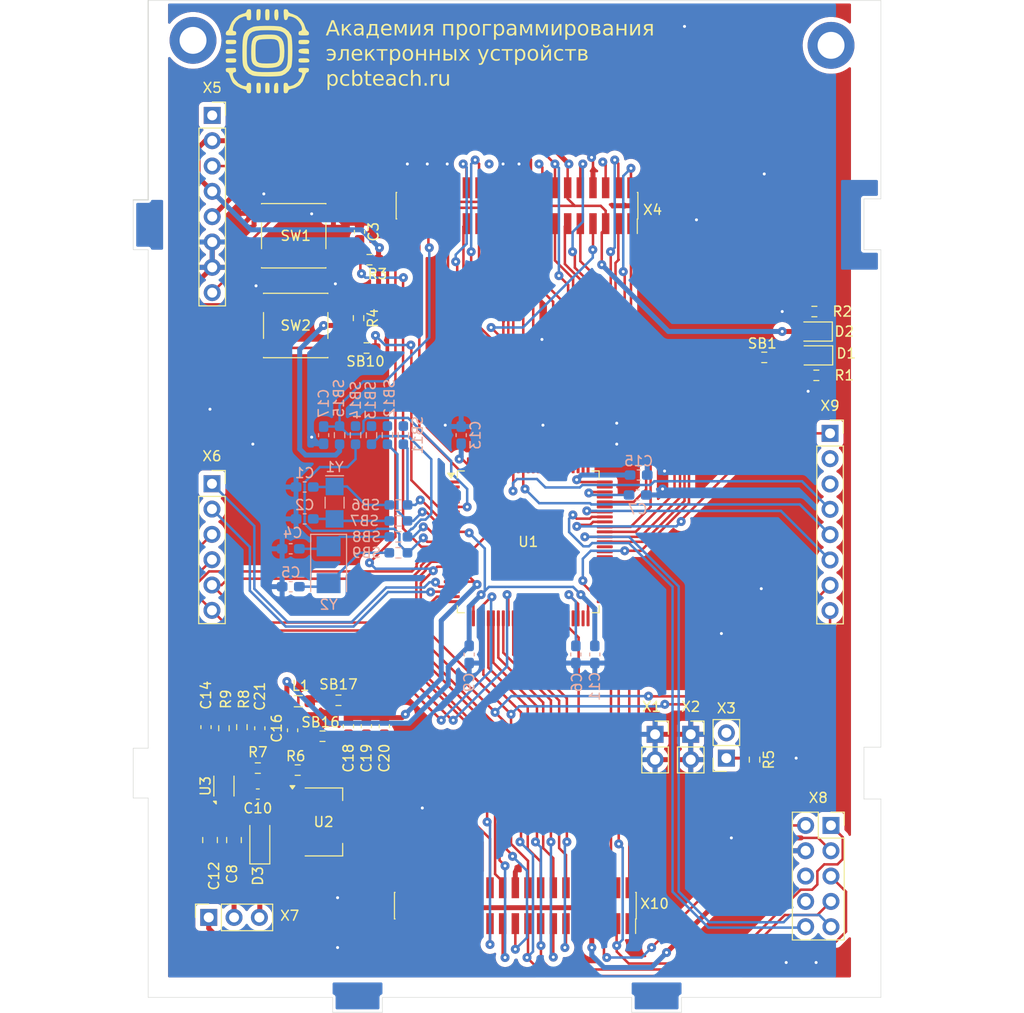
<source format=kicad_pcb>
(kicad_pcb (version 20240108) (generator "pcbnew") (generator_version "8.0")
  (layers (0 "F.Cu" signal) (31 "B.Cu" signal) (34 "B.Paste" user) (35 "F.Paste" user) (36 "B.SilkS" user "B.Silkscreen") (37 "F.SilkS" user "F.Silkscreen") (38 "B.Mask" user) (39 "F.Mask" user) (44 "Edge.Cuts" user))
  (net 0 "")
  (net 1 "Net-(C1-C1)")
  (net 2 "PGND")
  (net 3 "Net-(C2-C1)")
  (net 4 "/nRST")
  (net 5 "Net-(C4-C1)")
  (net 6 "Net-(C5-C1)")
  (net 7 "Net-(C6-C1)")
  (net 8 "Net-(C7-C1)")
  (net 9 "VIN")
  (net 10 "VDD")
  (net 11 "Net-(C10-C1)")
  (net 12 "E5V")
  (net 13 "C5V")
  (net 14 "VBAT")
  (net 15 "VDDA")
  (net 16 "AGND")
  (net 17 "Net-(D1-K)")
  (net 18 "Net-(D1-A)")
  (net 19 "Net-(D2-K)")
  (net 20 "Net-(L1-R2)")
  (net 21 "Net-(R4-R2)")
  (net 22 "BOOT0")
  (net 23 "Net-(R6-R2)")
  (net 24 "Net-(R8-R2)")
  (net 25 "PB13")
  (net 26 "/PC14")
  (net 27 "/PC15")
  (net 28 "/PH0")
  (net 29 "/PH1")
  (net 30 "/PC13")
  (net 31 "Net-(SB11-J2)")
  (net 32 "Net-(SB12-J2)")
  (net 33 "Net-(SB13-J2)")
  (net 34 "Net-(SB14-J2)")
  (net 37 "/PB4")
  (net 38 "/PD7")
  (net 39 "/PA14")
  (net 41 "/PA12")
  (net 42 "/PC2")
  (net 44 "/PC0")
  (net 47 "/PB5")
  (net 51 "/PC5")
  (net 52 "/PB6")
  (net 54 "/PB3")
  (net 55 "/PD5")
  (net 57 "/PB0")
  (net 58 "/PA1")
  (net 59 "/PB7")
  (net 60 "/PC3")
  (net 61 "/PA10")
  (net 62 "/PB12")
  (net 63 "/PB1")
  (net 64 "/PA5")
  (net 68 "/PD2")
  (net 69 "/PD3")
  (net 70 "/PD1")
  (net 71 "/PB2")
  (net 72 "/PB8")
  (net 73 "/PC7")
  (net 74 "/PA15")
  (net 75 "/PA11")
  (net 77 "/PC1")
  (net 78 "/PA0")
  (net 79 "/PB14")
  (net 80 "/PA4")
  (net 81 "/PD4")
  (net 83 "/PA2")
  (net 84 "/PC9")
  (net 85 "/PA8")
  (net 86 "/PD0")
  (net 87 "/PB15")
  (net 90 "/PB9")
  (net 91 "/PC4")
  (net 92 "/PA9")
  (net 93 "/PC11")
  (net 94 "/PC8")
  (net 95 "/PD6")
  (net 96 "/PC6")
  (net 98 "/PB10")
  (net 100 "/PA7")
  (net 102 "/PC12")
  (net 103 "/PB11")
  (net 104 "/PA13")
  (net 106 "/PC10")
  (net 107 "/PA6")
  (net 110 "/PA3")
  (net 113 "U5V")
  (net 114 "Net-(X10-PB9)")
  (footprint "Capacitor_SMD:C_0805_2012Metric_Pad1.18x1.45mm_HandSolder" (layer "F.Cu") (at 130.60659 119.21591 -90)
    (property "Reference" "C8")
    (property "Value" "10uF")
  )
  (footprint "Connector_PinSocket_2.54mm:PinSocket_1x02_P2.54mm_Vertical" (layer "F.Cu") (at 180 111 180)
    (property "Reference" "X3")
    (property "Value" "CONN-02P1L")
  )
  (footprint "Capacitor_SMD:C_0805_2012Metric_Pad1.18x1.45mm_HandSolder" (layer "F.Cu") (at 128.206589 119.21591 -90)
    (property "Reference" "C12")
    (property "Value" "10uF")
  )
  (footprint "Connector_PinSocket_2.54mm:PinSocket_1x06_P2.54mm_Vertical" (layer "F.Cu") (at 128.4 83.475)
    (property "Reference" "X6")
    (property "Value" "CONN-06P1L")
  )
  (footprint "Resistor_SMD:R_0603_1608Metric_Pad0.98x0.95mm_HandSolder" (layer "F.Cu") (at 129.6 108 90)
    (property "Reference" "R9")
    (property "Value" "10.2K")
  )
  (footprint "Package_QFP:LQFP-100_14x14mm_P0.5mm" (layer "F.Cu") (at 160.125 89.3)
    (property "Reference" "U1")
    (property "Value" "STM32H742Vx")
  )
  (footprint "Resistor_SMD:R_0603_1608Metric_Pad0.98x0.95mm_HandSolder" (layer "F.Cu") (at 133 111.999999 180)
    (property "Reference" "R7")
    (property "Value" "360")
  )
  (footprint "Resistor_SMD:R_0603_1608Metric_Pad0.98x0.95mm_HandSolder" (layer "F.Cu") (at 143.105 66.86 -90)
    (property "Reference" "R4")
    (property "Value" "10K")
  )
  (footprint "Diode_SMD:D_SOD-123F" (layer "F.Cu") (at 133.2 119.4 90)
    (property "Reference" "D3")
    (property "Value" "SS24FL")
  )
  (footprint "Package_DFN_QFN:DFN-6-1EP_2x1.8mm_P0.5mm_EP1.2x1.6mm" (layer "F.Cu") (at 129.599999 113.8 90)
    (property "Reference" "U3")
    (property "Value" "LD39050PU")
  )
  (footprint "Resistor_SMD:R_0603_1608Metric_Pad0.98x0.95mm_HandSolder" (layer "F.Cu") (at 141.0875 105.2)
    (property "Reference" "SB17")
    (property "Value" "JUMPER")
  )
  (footprint "Button_Switch_SMD:SW_SPST_PTS645" (layer "F.Cu") (at 136.8 67.6 180)
    (property "Reference" "SW2")
    (property "Value" "BUTTON1")
  )
  (footprint "LOGO" (layer "F.Cu") (at 134 40)
    (property "Reference" "G***" (hide yes))
    (property "Value" "LOGO" (hide yes))
  )
  (footprint "Capacitor_SMD:C_0603_1608Metric_Pad1.08x0.95mm_HandSolder" (layer "F.Cu") (at 136.487499 108.2 -90)
    (property "Reference" "C16")
    (property "Value" "0.1uF")
  )
  (footprint "Capacitor_SMD:C_0603_1608Metric_Pad1.08x0.95mm_HandSolder" (layer "F.Cu") (at 143.2 58.2 90)
    (property "Reference" "C3")
    (property "Value" "10n")
  )
  (footprint "Capacitor_SMD:C_0603_1608Metric_Pad1.08x0.95mm_HandSolder" (layer "F.Cu") (at 133.2 108 90)
    (property "Reference" "C21")
    (property "Value" "0.1uF")
  )
  (footprint "Resistor_SMD:R_0603_1608Metric_Pad0.98x0.95mm_HandSolder" (layer "F.Cu") (at 183.8 70.8 180)
    (property "Reference" "SB1")
    (property "Value" "JUMPER")
  )
  (footprint "Capacitor_SMD:C_0603_1608Metric_Pad1.08x0.95mm_HandSolder" (layer "F.Cu") (at 143.8875 107.8 -90)
    (property "Reference" "C19")
    (property "Value" "10nF")
  )
  (footprint "LED_SMD:LED_0805_2012Metric_Pad1.15x1.40mm_HandSolder" (layer "F.Cu") (at 188.76775 68.205073 180)
    (property "Reference" "D2")
    (property "Value" "LED")
  )
  (footprint "LED_SMD:LED_0805_2012Metric_Pad1.15x1.40mm_HandSolder" (layer "F.Cu") (at 188.8 70.6 180)
    (property "Reference" "D1")
    (property "Value" "LED")
  )
  (footprint "Resistor_SMD:R_0603_1608Metric_Pad0.98x0.95mm_HandSolder" (layer "F.Cu") (at 137 112.2 180)
    (property "Reference" "R6")
    (property "Value" "120")
  )
  (footprint "Connector_PinSocket_1.27mm:PinSocket_2x19_P1.27mm_Vertical_SMD" (layer "F.Cu") (at 158.83 125.8 -90)
    (property "Reference" "X10")
    (property "Value" "ST-MORPHO-CN10")
  )
  (footprint "Capacitor_SMD:C_0603_1608Metric_Pad1.08x0.95mm_HandSolder" (layer "F.Cu") (at 133 114.6 180)
    (property "Reference" "C10")
    (property "Value" "4.7uF")
  )
  (footprint "Connector_PinSocket_2.54mm:PinSocket_2x05_P2.54mm_Vertical" (layer "F.Cu") (at 190.489999 117.749999)
    (property "Reference" "X8")
    (property "Value" "CONN-10P1L")
  )
  (footprint "Inductor_SMD:L_0805_2012Metric_Pad1.05x1.20mm_HandSolder" (layer "F.Cu") (at 137.062499 105.289999)
    (property "Reference" "L1")
    (property "Value" "BEAD")
  )
  (footprint "Package_TO_SOT_SMD:SOT-223" (layer "F.Cu") (at 139.6 117.4)
    (property "Reference" "U2")
    (property "Value" "LM1117")
  )
  (footprint "MountingHole:MountingHole_2.7mm_M2.5_DIN965_Pad_TopBottom" (layer "F.Cu") (at 126.5 39)
    (property "Reference" "REF**" (hide yes))
    (property "Value" "MountingHole_2.7mm_M2.5_DIN965_Pad_TopBottom")
  )
  (footprint "Resistor_SMD:R_0603_1608Metric_Pad0.98x0.95mm_HandSolder" (layer "F.Cu") (at 182.825 111.15 -90)
    (property "Reference" "R5")
    (property "Value" "10K")
  )
  (footprint "Connector_PinSocket_2.54mm:PinSocket_1x08_P2.54mm_Vertical" (layer "F.Cu") (at 190.4 78.42)
    (property "Reference" "X9")
    (property "Value" "CONN-08P1L")
  )
  (footprint "Resistor_SMD:R_0603_1608Metric_Pad0.98x0.95mm_HandSolder" (layer "F.Cu") (at 131.4 107.8875 90)
    (property "Reference" "R8")
    (property "Value" "32.0K")
  )
  (footprint "Connector_PinSocket_1.27mm:PinSocket_2x19_P1.27mm_Vertical_SMD" (layer "F.Cu") (at 159 55.585 -90)
    (property "Reference" "X4")
    (property "Value" "ST-MORPHO-CN7")
  )
  (footprint "Connector_PinSocket_2.54mm:PinSocket_1x02_P2.54mm_Vertical" (layer "F.Cu") (at 172.85 108.61)
    (property "Reference" "X1")
    (property "Value" "CONN-02P1LA")
  )
  (footprint "Connector_PinSocket_2.54mm:PinSocket_1x08_P2.54mm_Vertical" (layer "F.Cu") (at 128.425 46.525)
    (property "Reference" "X5")
    (property "Value" "CONN-08P1L")
  )
  (footprint "Resistor_SMD:R_0603_1608Metric_Pad0.98x0.95mm_HandSolder" (layer "F.Cu") (at 143.905 69.86)
    (property "Reference" "SB10")
    (property "Value" "JUMPER")
  )
  (footprint "Resistor_SMD:R_0603_1608Metric_Pad0.98x0.95mm_HandSolder" (layer "F.Cu") (at 189.024999 72.6 180)
    (property "Reference" "R1")
    (property "Value" "330")
  )
  (footprint "Connector_PinSocket_2.54mm:PinSocket_1x03_P2.54mm_Vertical" (layer "F.Cu") (at 128.075 126.975 90)
    (property "Reference" "X7")
    (property "Value" "CONN-03P1L")
  )
  (footprint "Capacitor_SMD:C_0603_1608Metric_Pad1.08x0.95mm_HandSolder" (layer "F.Cu") (at 127.799999 107.8875 90)
    (property "Reference" "C14")
    (property "Value" "1uF")
  )
  (footprint "Button_Switch_SMD:SW_SPST_PTS645" (layer "F.Cu") (at 136.6 58.6 180)
    (property "Reference" "SW1")
    (property "Value" "BUTTON1")
  )
  (footprint "Capacitor_SMD:C_0603_1608Metric_Pad1.08x0.95mm_HandSolder" (layer "F.Cu") (at 142.0875 107.8 -90)
    (property "Reference" "C18")
    (property "Value" "1uF")
  )
  (footprint "Resistor_SMD:R_0603_1608Metric_Pad0.98x0.95mm_HandSolder" (layer "F.Cu") (at 139.4875 108.8)
    (property "Reference" "SB16")
    (property "Value" "JUMPER")
  )
  (footprint "MountingHole:MountingHole_2.7mm_M2.5_DIN965_Pad_TopBottom" (layer "F.Cu") (at 190.5 39.5)
    (property "Reference" "REF**" (hide yes))
    (property "Value" "MountingHole_2.7mm_M2.5_DIN965_Pad_TopBottom")
  )
  (footprint "Capacitor_SMD:C_0603_1608Metric_Pad1.08x0.95mm_HandSolder" (layer "F.Cu") (at 145.687499 107.799999 -90)
    (property "Reference" "C20")
    (property "Value" "10nF")
  )
  (footprint "Resistor_SMD:R_0603_1608Metric_Pad0.98x0.95mm_HandSolder" (layer "F.Cu") (at 188.824999 66.2 180)
    (property "Reference" "R2")
    (property "Value" "470")
  )
  (footprint "Resistor_SMD:R_0603_1608Metric_Pad0.98x0.95mm_HandSolder" (layer "F.Cu") (at 144.2 61 180)
    (property "Reference" "R3")
    (property "Value" "10K")
  )
  (footprint "Connector_PinSocket_2.54mm:PinSocket_1x02_P2.54mm_Vertical" (layer "F.Cu") (at 176.425 108.61)
    (property "Reference" "X2")
    (property "Value" "CONN-02P1LA")
  )
  (footprint "Capacitor_SMD:C_0603_1608Metric_Pad1.08x0.95mm_HandSolder" (layer "B.Cu") (at 136.3 93.8 180)
    (property "Reference" "C5")
    (property "Value" "20pF")
  )
  (footprint "Resistor_SMD:R_0603_1608Metric_Pad0.98x0.95mm_HandSolder" (layer "B.Cu") (at 147.1 90.4)
    (property "Reference" "SB9")
    (property "Value" "JUMPER")
  )
  (footprint "Capacitor_SMD:C_0603_1608Metric_Pad1.08x0.95mm_HandSolder" (layer "B.Cu") (at 171.1 84.6)
    (property "Reference" "C7")
    (property "Value" "2.2uF")
  )
  (footprint "Crystal:Crystal_SMD_5032-2Pin_5.0x3.2mm" (layer "B.Cu") (at 140.1 91.6 -90)
    (property "Reference" "Y2")
    (property "Value" "8MHz")
  )
  (footprint "Capacitor_SMD:C_0603_1608Metric_Pad1.08x0.95mm_HandSolder" (layer "B.Cu") (at 137.7 83.8 180)
    (property "Reference" "C1")
    (property "Value" "CAPACITOR")
  )
  (footprint "Resistor_SMD:R_0603_1608Metric_Pad0.98x0.95mm_HandSolder" (layer "B.Cu") (at 147.6 78.6 90)
    (property "Reference" "SB11")
    (property "Value" "JUMPER")
  )
  (footprint "Capacitor_SMD:C_0603_1608Metric_Pad1.08x0.95mm_HandSolder" (layer "B.Cu") (at 137.7 87 180)
    (property "Reference" "C2")
    (property "Value" "CAPACITOR")
  )
  (footprint "Resistor_SMD:R_0603_1608Metric_Pad0.98x0.95mm_HandSolder" (layer "B.Cu") (at 147.1 88.8)
    (property "Reference" "SB8")
    (property "Value" "JUMPER")
  )
  (footprint "Capacitor_SMD:C_0603_1608Metric_Pad1.08x0.95mm_HandSolder" (layer "B.Cu") (at 153.4 78.6 90)
    (property "Reference" "C13")
    (property "Value" "0.1uF")
  )
  (footprint "Capacitor_SMD:C_0603_1608Metric_Pad1.08x0.95mm_HandSolder" (layer "B.Cu") (at 164.9 100.6 -90)
    (property "Reference" "C6")
    (property "Value" "2.2uF")
  )
  (footprint "Resistor_SMD:R_0603_1608Metric_Pad0.98x0.95mm_HandSolder" (layer "B.Cu") (at 146 78.6 90)
    (property "Reference" "SB12")
    (property "Value" "JUMPER")
  )
  (footprint "Capacitor_SMD:C_0603_1608Metric_Pad1.08x0.95mm_HandSolder" (layer "B.Cu") (at 136.3 90 180)
    (property "Reference" "C4")
    (property "Value" "20pF")
  )
  (footprint "Resistor_SMD:R_0603_1608Metric_Pad0.98x0.95mm_HandSolder" (layer "B.Cu") (at 147.1 85.6)
    (property "Reference" "SB6")
    (property "Value" "JUMPER")
  )
  (footprint "Resistor_SMD:R_0603_1608Metric_Pad0.98x0.95mm_HandSolder" (layer "B.Cu") (at 141.200001 78.6 90)
    (property "Reference" "SB15")
    (property "Value" "JUMPER")
  )
  (footprint "Resistor_SMD:R_0603_1608Metric_Pad0.98x0.95mm_HandSolder" (layer "B.Cu") (at 142.799999 78.6 90)
    (property "Reference" "SB14")
    (property "Value" "JUMPER")
  )
  (footprint "Capacitor_SMD:C_0603_1608Metric_Pad1.08x0.95mm_HandSolder" (layer "B.Cu") (at 171.2 82.6)
    (property "Reference" "C15")
    (property "Value" "0.1uF")
  )
  (footprint "Capacitor_SMD:C_0603_1608Metric_Pad1.08x0.95mm_HandSolder" (layer "B.Cu") (at 139.6 78.6 -90)
    (property "Reference" "C17")
    (property "Value" "0.1uF")
  )
  (footprint "Resistor_SMD:R_0603_1608Metric_Pad0.98x0.95mm_HandSolder" (layer "B.Cu") (at 147.1 87.2)
    (property "Reference" "SB7")
    (property "Value" "JUMPER")
  )
  (footprint "Capacitor_SMD:C_0603_1608Metric_Pad1.08x0.95mm_HandSolder" (layer "B.Cu") (at 166.8 100.6 -90)
    (property "Reference" "C11")
    (property "Value" "0.1uF")
  )
  (footprint "Crystal:Crystal_SMD_EuroQuartz_EQ161-2Pin_3.2x1.5mm_HandSoldering" (layer "B.Cu") (at 140.7 85.374999 -90)
    (property "Reference" "Y1")
    (property "Value" "32.768K")
  )
  (footprint "Resistor_SMD:R_0603_1608Metric_Pad0.98x0.95mm_HandSolder" (layer "B.Cu") (at 144.4 78.6 90)
    (property "Reference" "SB13")
    (property "Value" "JUMPER")
  )
  (footprint "Capacitor_SMD:C_0603_1608Metric_Pad1.08x0.95mm_HandSolder" (layer "B.Cu") (at 154.2 100.6 -90)
    (property "Reference" "C9")
    (property "Value" "0.1uF")
  )
  (gr_line (start 120.5 110) (end 120.5 115) (stroke (width 0.05)) (layer "Edge.Cuts"))
  (gr_line (start 195.5 115.1) (end 193.8 115.1) (stroke (width 0.05)) (layer "Edge.Cuts"))
  (gr_line (start 195.5 60) (end 193.8 60) (stroke (width 0.05)) (layer "Edge.Cuts"))
  (gr_line (start 195.5 54.9) (end 195.5 35) (stroke (width 0.05)) (layer "Edge.Cuts"))
  (gr_line (start 195.5 135) (end 175.5 135) (stroke (width 0.05)) (layer "Edge.Cuts"))
  (gr_line (start 120.5 55) (end 122 55) (stroke (width 0.1)) (layer "Edge.Cuts"))
  (gr_line (start 175.5 136.5) (end 170.5 136.5) (stroke (width 0.05)) (layer "Edge.Cuts"))
  (gr_line (start 193.8 109.9) (end 195.5 109.9) (stroke (width 0.05)) (layer "Edge.Cuts"))
  (gr_line (start 170.5 135) (end 145.5 135) (stroke (width 0.05)) (layer "Edge.Cuts"))
  (gr_line (start 140.5 135) (end 140.5 136.5) (stroke (width 0.05)) (layer "Edge.Cuts"))
  (gr_line (start 122 135) (end 140.5 135) (stroke (width 0.05)) (layer "Edge.Cuts"))
  (gr_line (start 120.5 110) (end 122 110) (stroke (width 0.05)) (layer "Edge.Cuts"))
  (gr_line (start 140.5 136.5) (end 145.5 136.5) (stroke (width 0.05)) (layer "Edge.Cuts"))
  (gr_line (start 122 60) (end 122 110) (stroke (width 0.05)) (layer "Edge.Cuts"))
  (gr_line (start 193.8 115.1) (end 193.8 109.9) (stroke (width 0.05)) (layer "Edge.Cuts"))
  (gr_line (start 120.5 55) (end 120.5 60) (stroke (width 0.05)) (layer "Edge.Cuts"))
  (gr_line (start 195.5 35) (end 122 35) (stroke (width 0.05)) (layer "Edge.Cuts"))
  (gr_line (start 120.5 60) (end 122 60) (stroke (width 0.05)) (layer "Edge.Cuts"))
  (gr_line (start 195.5 109.9) (end 195.5 60) (stroke (width 0.05)) (layer "Edge.Cuts"))
  (gr_line (start 175.5 135) (end 175.5 136.5) (stroke (width 0.05)) (layer "Edge.Cuts"))
  (gr_line (start 122 55) (end 122 35) (stroke (width 0.1)) (layer "Edge.Cuts"))
  (gr_line (start 145.5 135) (end 145.5 136.5) (stroke (width 0.05)) (layer "Edge.Cuts"))
  (gr_line (start 122 115) (end 120.5 115) (stroke (width 0.05)) (layer "Edge.Cuts"))
  (gr_line (start 195.5 54.9) (end 193.8 54.9) (stroke (width 0.05)) (layer "Edge.Cuts"))
  (gr_line (start 170.5 136.5) (end 170.5 135) (stroke (width 0.05)) (layer "Edge.Cuts"))
  (gr_line (start 193.8 60) (end 193.8 54.9) (stroke (width 0.05)) (layer "Edge.Cuts"))
  (gr_line (start 122 115) (end 122 135) (stroke (width 0.05)) (layer "Edge.Cuts"))
  (gr_line (start 195.5 135) (end 195.5 115.1) (stroke (width 0.05)) (layer "Edge.Cuts"))
  (gr_text "Академия программирования \nэлектронных устройств\npcbteach.ru" (at 139.8 43.8 0) (layer "F.SilkS") (effects (font (size 1.5 1.5) (thickness 0.1)) (justify left bottom)))
  (segment (start 143.8 85.6) (end 146.1875 85.6) (width 0.25) (layer "B.Cu") (net 1))
  (segment (start 138.562501 83.8) (end 140.649998 83.8) (width 0.25) (layer "B.Cu") (net 1))
  (segment (start 140.7 83.749998) (end 141.949998 83.749998) (width 0.25) (layer "B.Cu") (net 1))
  (segment (start 140.649998 83.8) (end 140.7 83.749998) (width 0.25) (layer "B.Cu") (net 1))
  (segment (start 141.949998 83.749998) (end 143.8 85.6) (width 0.25) (layer "B.Cu") (net 1))
  (segment (start 128.425 61.765) (end 126.6 63.59) (width 0.5) (layer "F.Cu") (net 2))
  (segment (start 127.799999 107.024999) (end 129.537499 107.024999) (width 0.5) (layer "F.Cu") (net 2))
  (segment (start 126.6 65.2) (end 127.005 65.605) (width 0.5) (layer "F.Cu") (net 2))
  (segment (start 130.137499 116.6) (end 132.137499 114.6) (width 0.5) (layer "F.Cu") (net 2))
  (segment (start 141.567499 57.337499) (end 140.58 56.35) (width 0.5) (layer "F.Cu") (net 2))
  (segment (start 138.575 108.8) (end 136.75 108.8) (width 0.5) (layer "F.Cu") (net 2))
  (segment (start 127.005 65.605) (end 132.565 65.605) (width 0.5) (layer "F.Cu") (net 2))
  (segment (start 140.78 65.35) (end 140.78 63.42) (width 0.5) (layer "F.Cu") (net 2))
  (segment (start 138.45 56.35) (end 138.4 56.4) (width 0.5) (layer "F.Cu") (net 2))
  (segment (start 159 57.385) (end 159 53.785) (width 0.25) (layer "F.Cu") (net 2))
  (segment (start 188.2 74.2) (end 188.112499 74.112499) (width 0.5) (layer "F.Cu") (net 2))
  (segment (start 127 117.575621) (end 127.975621 116.6) (width 0.5) (layer "F.Cu") (net 2))
  (segment (start 188.112499 74.112499) (end 188.112499 72.6) (width 0.5) (layer "F.Cu") (net 2))
  (segment (start 132.0875 110.7125) (end 132.0875 111.999999) (width 0.5) (layer "F.Cu") (net 2))
  (segment (start 128.206589 120.25341) (end 127 119.046821) (width 0.5) (layer "F.Cu") (net 2))
  (segment (start 129.745 59.225) (end 132.62 56.35) (width 0.5) (layer "F.Cu") (net 2))
  (segment (start 128.425 61.765) (end 128.425 59.225) (width 0.5) (layer "F.Cu") (net 2))
  (segment (start 128.206589 120.25341) (end 130.60659 120.25341) (width 0.5) (layer "F.Cu") (net 2))
  (segment (start 132.82 65.35) (end 140.78 65.35) (width 0.5) (layer "F.Cu") (net 2))
  (segment (start 132.62 55.38) (end 133.6 54.4) (width 0.5) (layer "F.Cu") (net 2))
  (segment (start 135.15 110.4) (end 132.4 110.4) (width 0.5) (layer "F.Cu") (net 2))
  (segment (start 132.137499 112.049998) (end 132.0875 111.999999) (width 0.5) (layer "F.Cu") (net 2))
  (segment (start 131.662501 105.6) (end 133.2 107.137499) (width 0.5) (layer "F.Cu") (net 2))
  (segment (start 187.912499 66.2) (end 185.6 66.2) (width 0.5) (layer "F.Cu") (net 2))
  (segment (start 136.75 108.8) (end 136.487499 109.062501) (width 0.5) (layer "F.Cu") (net 2))
  (segment (start 140.8 63.4) (end 140.78 63.42) (width 0.5) (layer "F.Cu") (net 2))
  (segment (start 143.2 57.337499) (end 141.567499 57.337499) (width 0.5) (layer "F.Cu") (net 2))
  (segment (start 127 119.046821) (end 127 117.575621) (width 0.5) (layer "F.Cu") (net 2))
  (segment (start 132.82 65.35) (end 132.82 63.62) (width 0.5) (layer "F.Cu") (net 2))
  (segment (start 159 53.785) (end 157.73 53.785) (width 0.25) (layer "F.Cu") (net 2))
  (segment (start 140.58 56.35) (end 138.45 56.35) (width 0.5) (layer "F.Cu") (net 2))
  (segment (start 132.565 65.605) (end 132.82 65.35) (width 0.5) (layer "F.Cu") (net 2))
  (segment (start 166.460002 50.739998) (end 166.480002 50.739998) (width 0.25) (layer "F.Cu") (net 2))
  (segment (start 129.6 107.0875) (end 131.0875 105.6) (width 0.5) (layer "F.Cu") (net 2))
  (segment (start 132.62 56.35) (end 132.62 55.38) (width 0.5) (layer "F.Cu") (net 2))
  (segment (start 147.57 53.785) (end 152.65 53.785) (width 0.25) (layer "F.Cu") (net 2))
  (segment (start 166.4 50.8) (end 166.460002 50.739998) (width 0.25) (layer "F.Cu") (net 2))
  (segment (start 166.62 53.785) (end 166.62 51.02) (width 0.25) (layer "F.Cu") (net 2))
  (segment (start 127.975621 116.6) (end 129.6 116.6) (width 0.5) (layer "F.Cu") (net 2))
  (segment (start 129.599999 114.875) (end 129.6 116.6) (width 0.25) (layer "F.Cu") (net 2))
  (segment (start 129.537499 107.024999) (end 129.6 107.0875) (width 0.5) (layer "F.Cu") (net 2))
  (segment (start 129.6 116.6) (end 130.137499 116.6) (width 0.5) (layer "F.Cu") (net 2))
  (segment (start 126.6 63.59) (end 126.6 65.2) (width 0.5) (layer "F.Cu") (net 2))
  (segment (start 128.425 59.225) (end 129.745 59.225) (width 0.5) (layer "F.Cu") (net 2))
  (segment (start 131.0875 105.6) (end 131.662501 105.6) (width 0.5) (layer "F.Cu") (net 2))
  (segment (start 132.4 110.4) (end 132.0875 110.7125) (width 0.5) (layer "F.Cu") (net 2))
  (segment (start 136.487499 109.062501) (end 135.15 110.4) (width 0.5) (layer "F.Cu") (net 2))
  (segment (start 166.62 51.02) (end 166.4 50.8) (width 0.25) (layer "F.Cu") (net 2))
  (segment (start 132.8 63.6) (end 132.82 63.62) (width 0.5) (layer "F.Cu") (net 2))
  (segment (start 132.137499 114.6) (end 132.137499 112.049998) (width 0.5) (layer "F.Cu") (net 2))
  (via (at 161.6 77.6) (size 0.9) (drill 0.3) (layers "F.Cu" "B.Cu") (net 2))
  (via (at 151.8 77.6) (size 0.9) (drill 0.3) (layers "F.Cu" "B.Cu") (net 2))
  (via (at 152 51.4) (size 0.9) (drill 0.3) (layers "F.Cu" "B.Cu") (net 2))
  (via (at 166.480002 50.739998) (size 0.9) (drill 0.3) (layers "F.Cu" "B.Cu") (net 2))
  (via (at 189 131.5) (size 0.9) (drill 0.3) (layers "F.Cu" "B.Cu") (net 2))
  (via (at 169 77.4) (size 0.9) (drill 0.3) (layers "F.Cu" "B.Cu") (net 2))
  (via (at 169 79.5) (size 0.9) (drill 0.3) (layers "F.Cu" "B.Cu") (net 2))
  (via (at 157.6 51.4) (size 0.9) (drill 0.3) (layers "F.Cu" "B.Cu") (net 2))
  (via (at 150 51.4) (size 0.9) (drill 0.3) (layers "F.Cu" "B.Cu") (net 2))
  (via (at 183.8 52.4) (size 0.9) (drill 0.3) (layers "F.Cu" "B.Cu") (net 2))
  (via (at 159.2 51.4) (size 0.9) (drill 0.3) (layers "F.Cu" "B.Cu") (net 2))
  (via (at 141 125) (size 0.9) (drill 0.3) (layers "F.Cu" "B.Cu") (net 2))
  (via (at 133.6 54.4) (size 0.9) (drill 0.3) (layers "F.Cu" "B.Cu") (net 2))
  (via (at 173.8 82.2) (size 0.9) (drill 0.3) (layers "F.Cu" "B.Cu") (net 2))
  (via (at 183.5 94) (size 0.9) (drill 0.3) (layers "F.Cu" "B.Cu") (net 2))
  (via (at 140.78 63.42) (size 0.9) (drill 0.3) (layers "F.Cu" "B.Cu") (net 2))
  (via (at 188.2 74.2) (size 0.9) (drill 0.3) (layers "F.Cu" "B.Cu") (net 2))
  (via (at 132.5 79.5) (size 0.9) (drill 0.3) (layers "F.Cu" "B.Cu") (net 2))
  (via (at 161.5 69) (size 0.9) (drill 0.3) (layers "F.Cu" "B.Cu") (net 2))
  (via (at 179.5 98.5) (size 0.9) (drill 0.3) (layers "F.Cu" "B.Cu") (net 2))
  (via (at 132.82 63.62) (size 0.9) (drill 0.3) (layers "F.Cu" "B.Cu") (net 2))
  (via (at 148 51.4) (size 0.9) (drill 0.3) (layers "F.Cu" "B.Cu") (net 2))
  (via (at 141 130) (size 0.9) (drill 0.3) (layers "F.Cu" "B.Cu") (net 2))
  (via (at 175.8 37.6) (size 0.9) (drill 0.3) (layers "F.Cu" "B.Cu") (net 2))
  (via (at 173.6 84) (size 0.9) (drill 0.3) (layers "F.Cu" "B.Cu") (net 2))
  (via (at 177 57) (size 0.9) (drill 0.3) (layers "F.Cu" "B.Cu") (net 2))
  (via (at 185.6 66.2) (size 0.9) (drill 0.3) (layers "F.Cu" "B.Cu") (net 2))
  (via (at 138.4 56.4) (size 0.9) (drill 0.3) (layers "F.Cu" "B.Cu") (net 2))
  (via (at 187 111) (size 0.9) (drill 0.3) (layers "F.Cu" "B.Cu") (net 2))
  (via (at 180.5 119) (size 0.9) (drill 0.3) (layers "F.Cu" "B.Cu") (net 2))
  (via (at 149.5 116) (size 0.9) (drill 0.3) (layers "F.Cu" "B.Cu") (net 2))
  (via (at 186 131.5) (size 0.9) (drill 0.3) (layers "F.Cu" "B.Cu") (net 2))
  (via (at 128.2 76) (size 0.9) (drill 0.3) (layers "F.Cu" "B.Cu") (net 2))
  (via (at 138.4 78.8) (size 0.9) (drill 0.3) (layers "F.Cu" "B.Cu") (net 2))
  (segment (start 139.6 79.462501) (end 139.062501 79.462501) (width 0.5) (layer "B.Cu") (net 2))
  (segment (start 151.937499 77.737499) (end 151.8 77.6) (width 0.5) (layer "B.Cu") (net 2))
  (segment (start 153.4 77.737499) (end 151.937499 77.737499) (width 0.5) (layer "B.Cu") (net 2))
  (segment (start 139.062501 79.462501) (end 138.4 78.8) (width 0.5) (layer "B.Cu") (net 2))
  (segment (start 141 87) (end 141.2 87.2) (width 0.25) (layer "B.Cu") (net 3))
  (segment (start 140.7 87) (end 141 87) (width 0.25) (layer "B.Cu") (net 3))
  (segment (start 138.562501 87) (end 140.7 87) (width 0.25) (layer "B.Cu") (net 3))
  (segment (start 141.2 87.2) (end 146.1875 87.2) (width 0.25) (layer "B.Cu") (net 3))
  (segment (start 143.2875 62.2875) (end 143.4 62.4) (width 0.25) (layer "F.Cu") (net 4))
  (segment (start 140.58 60.85) (end 143.1375 60.85) (width 0.25) (layer "F.Cu") (net 4))
  (segment (start 149.403981 89.8) (end 147.569246 87.965265) (width 0.25) (layer "F.Cu") (net 4))
  (segment (start 147.569246 62.830754) (end 147.6 62.8) (width 0.25) (layer "F.Cu") (net 4))
  (segment (start 143.2875 59.150001) (end 143.2 59.062501) (width 0.25) (layer "F.Cu") (net 4))
  (segment (start 143.2875 61) (end 143.2875 62.2875) (width 0.25) (layer "F.Cu") (net 4))
  (segment (start 143.1375 60.85) (end 143.2875 61) (width 0.25) (layer "F.Cu") (net 4))
  (segment (start 132.62 60.85) (end 140.58 60.85) (width 0.25) (layer "F.Cu") (net 4))
  (segment (start 147.569246 87.965265) (end 147.569246 62.830754) (width 0.25) (layer "F.Cu") (net 4))
  (segment (start 152.45 89.8) (end 149.403981 89.8) (width 0.25) (layer "F.Cu") (net 4))
  (segment (start 143.2875 61) (end 143.2875 59.150001) (width 0.25) (layer "F.Cu") (net 4))
  (via (at 143.4 62.4) (size 0.9) (drill 0.3) (layers "F.Cu" "B.Cu") (net 4))
  (via (at 147.6 62.8) (size 0.9) (drill 0.3) (layers "F.Cu" "B.Cu") (net 4))
  (segment (start 143.4 62.4) (end 143.8 62.8) (width 0.25) (layer "B.Cu") (net 4))
  (segment (start 143.8 62.8) (end 147.6 62.8) (width 0.25) (layer "B.Cu") (net 4))
  (segment (start 140.250001 89.749999) (end 141.2 88.8) (width 0.25) (layer "B.Cu") (net 5))
  (segment (start 139.849999 90) (end 140.1 89.749999) (width 0.25) (layer "B.Cu") (net 5))
  (segment (start 141.2 88.8) (end 146.1875 88.8) (width 0.25) (layer "B.Cu") (net 5))
  (segment (start 137.162501 90) (end 139.849999 90) (width 0.25) (layer "B.Cu") (net 5))
  (segment (start 140.1 89.749999) (end 140.250001 89.749999) (width 0.25) (layer "B.Cu") (net 5))
  (segment (start 137.162501 93.8) (end 139.750001 93.8) (width 0.25) (layer "B.Cu") (net 6))
  (segment (start 140.149999 93.450001) (end 143.2 90.4) (width 0.25) (layer "B.Cu") (net 6))
  (segment (start 139.750001 93.8) (end 140.1 93.450001) (width 0.25) (layer "B.Cu") (net 6))
  (segment (start 143.2 90.4) (end 146.1875 90.4) (width 0.25) (layer "B.Cu") (net 6))
  (segment (start 140.1 93.450001) (end 140.149999 93.450001) (width 0.25) (layer "B.Cu") (net 6))
  (segment (start 165.124999 96.975) (end 165.124999 95.524999) (width 0.25) (layer "F.Cu") (net 7))
  (segment (start 165.124999 95.524999) (end 164.2 94.6) (width 0.25) (layer "F.Cu") (net 7))
  (via (at 164.2 94.6) (size 0.9) (drill 0.3) (layers "F.Cu" "B.Cu") (net 7))
  (segment (start 164.9 95.3) (end 164.2 94.6) (width 0.25) (layer "B.Cu") (net 7))
  (segment (start 164.9 99.737499) (end 164.9 95.3) (width 0.25) (layer "B.Cu") (net 7))
  (segment (start 166.299999 84.300001) (end 166.2 84.4) (width 0.25) (layer "F.Cu") (net 8))
  (segment (start 167.8 84.300001) (end 166.299999 84.300001) (width 0.25) (layer "F.Cu") (net 8))
  (via (at 166.2 84.4) (size 0.9) (drill 0.3) (layers "F.Cu" "B.Cu") (net 8))
  (segment (start 166.4 84.6) (end 166.2 84.4) (width 0.25) (layer "B.Cu") (net 8))
  (segment (start 170.237499 84.6) (end 166.4 84.6) (width 0.25) (layer "B.Cu") (net 8))
  (segment (start 130.60659 118.17841) (end 131.17841 118.17841) (width 0.25) (layer "F.Cu") (net 9))
  (segment (start 156.46 54.54) (end 156.46 53.785) (width 0.25) (layer "F.Cu") (net 9))
  (segment (start 131.875001 118.875001) (end 135.625001 118.875001) (width 0.25) (layer "F.Cu") (net 9))
  (segment (start 131.52 61.21) (end 131.52 59.875) (width 0.25) (layer "F.Cu") (net 9))
  (segment (start 131.52 59.875) (end 136.195 55.2) (width 0.25) (layer "F.Cu") (net 9))
  (segment (start 131.17841 118.17841) (end 131.875001 118.875001) (width 0.25) (layer "F.Cu") (net 9))
  (segment (start 128.425 64.305) (end 131.52 61.21) (width 0.25) (layer "F.Cu") (net 9))
  (segment (start 135.625001 118.875001) (end 136.45 119.7) (width 0.25) (layer "F.Cu") (net 9))
  (segment (start 155.8 55.2) (end 156.46 54.54) (width 0.25) (layer "F.Cu") (net 9))
  (segment (start 136.195 55.2) (end 155.8 55.2) (width 0.25) (layer "F.Cu") (net 9))
  (via (at 156.2 51.4) (size 0.9) (drill 0.3) (layers "F.Cu" "B.Cu") (net 9))
  (segment (start 133.2 108.862501) (end 134.962497 108.862501) (width 0.5) (layer "F.Cu") (net 10))
  (segment (start 166.125 96.975) (end 166.125 95.325) (width 0.25) (layer "F.Cu") (net 10))
  (segment (start 135.912499 105.289999) (end 135.912499 103.312499) (width 0.5) (layer "F.Cu") (net 10))
  (segment (start 164.08 51.52) (end 164.2 51.4) (width 0.25) (layer "F.Cu") (net 10))
  (segment (start 164.08 54.88) (end 164.08 53.785) (width 0.25) (layer "F.Cu") (net 10))
  (segment (start 161.54 55.14) (end 162 55.6) (width 0.25) (layer "F.Cu") (net 10))
  (segment (start 167.89 57.89) (end 167.5 58.28) (width 0.25) (layer "F.Cu") (net 10))
  (segment (start 166.125 95.325) (end 165.4 94.6) (width 0.25) (layer "F.Cu") (net 10))
  (segment (start 164.982664 83.07223) (end 165.210434 83.3) (width 0.25) (layer "F.Cu") (net 10))
  (segment (start 185.605073 68.205073) (end 185.6 68.2) (width 0.5) (layer "F.Cu") (net 10))
  (segment (start 135.912499 105.289999) (end 135.912499 106.762499) (width 0.5) (layer "F.Cu") (net 10))
  (segment (start 127 49.8) (end 127 52.72) (width 0.5) (layer "F.Cu") (net 10))
  (segment (start 167.89 57.385) (end 167.89 57.89) (width 0.25) (layer "F.Cu") (net 10))
  (segment (start 164.08 53.785) (end 164.08 51.52) (width 0.25) (layer "F.Cu") (net 10))
  (segment (start 164.8 55.6) (end 164.08 54.88) (width 0.25) (layer "F.Cu") (net 10))
  (segment (start 161.54 53.785) (end 161.54 55.14) (width 0.25) (layer "F.Cu") (net 10))
  (segment (start 143.105 65.9475) (end 141.4525 67.6) (width 0.5) (layer "F.Cu") (net 10))
  (segment (start 161.54 51.74) (end 161.2 51.4) (width 0.25) (layer "F.Cu") (net 10))
  (segment (start 131.135 49.065) (end 132 48.2) (width 0.5) (layer "F.Cu") (net 10))
  (segment (start 135.912499 106.762499) (end 136.487499 107.337499) (width 0.5) (layer "F.Cu") (net 10))
  (segment (start 145.1125 59.8875) (end 145.2 59.8) (width 0.5) (layer "F.Cu") (net 10))
  (segment (start 127.735 49.065) (end 127 49.8) (width 0.5) (layer "F.Cu") (net 10))
  (segment (start 167.5 58.28) (end 167.5 61.5) (width 0.25) (layer "F.Cu") (net 10))
  (segment (start 134.962497 108.862501) (end 136.487499 107.337499) (width 0.5) (layer "F.Cu") (net 10))
  (segment (start 143.105 65.9475) (end 145.1125 63.94) (width 0.5) (layer "F.Cu") (net 10))
  (segment (start 187.742751 68.205073) (end 185.605073 68.205073) (width 0.5) (layer "F.Cu") (net 10))
  (segment (start 167.89 57.385) (end 167.89 56.09) (width 0.25) (layer "F.Cu") (net 10))
  (segment (start 162 55.6) (end 164.8 55.6) (width 0.25) (layer "F.Cu") (net 10))
  (segment (start 153.5 81) (end 153.2 81) (width 0.25) (layer "F.Cu") (net 10))
  (segment (start 154.1 88.3) (end 154.2 88.4) (width 0.25) (layer "F.Cu") (net 10))
  (segment (start 127 52.72) (end 128.425 54.145) (width 0.5) (layer "F.Cu") (net 10))
  (segment (start 145.1125 63.94) (end 145.1125 61) (width 0.5) (layer "F.Cu") (net 10))
  (segment (start 161 48.2) (end 164.2 51.4) (width 0.5) (layer "F.Cu") (net 10))
  (segment (start 167.89 56.09) (end 167.4 55.6) (width 0.25) (layer "F.Cu") (net 10))
  (segment (start 128.425 49.065) (end 131.135 49.065) (width 0.5) (layer "F.Cu") (net 10))
  (segment (start 161.54 53.785) (end 161.54 51.74) (width 0.25) (layer "F.Cu") (net 10))
  (segment (start 141.4525 67.6) (end 139.6 67.6) (width 0.5) (layer "F.Cu") (net 10))
  (segment (start 128.425 49.065) (end 127.735 49.065) (width 0.5) (layer "F.Cu") (net 10))
  (segment (start 131.4 108.8) (end 133.137499 108.8) (width 0.5) (layer "F.Cu") (net 10))
  (segment (start 154.125 81.625) (end 153.5 81) (width 0.25) (layer "F.Cu") (net 10))
  (segment (start 165.210434 83.3) (end 167.8 83.3) (width 0.25) (layer "F.Cu") (net 10))
  (segment (start 131.4 108.8) (end 130.199999 110.000001) (width 0.5) (layer "F.Cu") (net 10))
  (segment (start 145.1125 61) (end 145.1125 59.8875) (width 0.5) (layer "F.Cu") (net 10))
  (segment (start 135.8 103.2) (end 135.912499 103.312499) (width 0.5) (layer "F.Cu") (net 10))
  (segment (start 130.199999 110.000001) (end 130.199999 112.625) (width 0.5) (layer "F.Cu") (net 10))
  (segment (start 167.4 55.6) (end 164.8 55.6) (width 0.25) (layer "F.Cu") (net 10))
  (segment (start 133.137499 108.8) (end 133.2 108.862501) (width 0.5) (layer "F.Cu") (net 10))
  (segment (start 154.625 96.975) (end 154.625 95.375) (width 0.25) (layer "F.Cu") (net 10))
  (segment (start 154.625 95.375) (end 155.4 94.6) (width 0.25) (layer "F.Cu") (net 10))
  (segment (start 152.45 88.3) (end 154.1 88.3) (width 0.25) (layer "F.Cu") (net 10))
  (segment (start 132 48.2) (end 161 48.2) (width 0.5) (layer "F.Cu") (net 10))
  (via (at 161.2 51.4) (size 0.9) (drill 0.3) (layers "F.Cu" "B.Cu") (net 10))
  (via (at 153.2 81) (size 0.9) (drill 0.3) (layers "F.Cu" "B.Cu") (net 10))
  (via (at 164.2 51.4) (size 0.9) (drill 0.3) (layers "F.Cu" "B.Cu") (net 10))
  (via (at 135.912499 103.312499) (size 0.9) (drill 0.3) (layers "F.Cu" "B.Cu") (net 10))
  (via (at 145.2 59.8) (size 0.9) (drill 0.3) (layers "F.Cu" "B.Cu") (net 10))
  (via (at 164.982664 83.07223) (size 0.9) (drill 0.3) (layers "F.Cu" "B.Cu") (net 10))
  (via (at 139.6 67.6) (size 0.9) (drill 0.3) (layers "F.Cu" "B.Cu") (net 10))
  (via (at 185.6 68.2) (size 0.9) (drill 0.3) (layers "F.Cu" "B.Cu") (net 10))
  (via (at 155.4 94.6) (size 0.9) (drill 0.3) (layers "F.Cu" "B.Cu") (net 10))
  (via (at 154.2 88.4) (size 0.9) (drill 0.3) (layers "F.Cu" "B.Cu") (net 10))
  (via (at 165.4 94.6) (size 0.9) (drill 0.3) (layers "F.Cu" "B.Cu") (net 10))
  (via (at 167.5 61.5) (size 0.9) (drill 0.3) (layers "F.Cu" "B.Cu") (net 10))
  (segment (start 154.2 99.737499) (end 152.1 101.837499) (width 0.5) (layer "B.Cu") (net 10))
  (segment (start 156.175 93.825) (end 164.625 93.825) (width 0.25) (layer "B.Cu") (net 10))
  (segment (start 155.4 94.6) (end 156.175 93.825) (width 0.25) (layer "B.Cu") (net 10))
  (segment (start 153.4 79.462501) (end 153.4 80.8) (width 0.5) (layer "B.Cu") (net 10))
  (segment (start 132.28 58) (end 128.425 54.145) (width 0.5) (layer "B.Cu") (net 10))
  (segment (start 137.8 80.6) (end 140.8 80.6) (width 0.5) (layer "B.Cu") (net 10))
  (segment (start 154.2 88.4) (end 155.766469 89.966469) (width 0.25) (layer "B.Cu") (net 10))
  (segment (start 140.1 107.5) (end 135.912499 103.312499) (width 0.5) (layer "B.Cu") (net 10))
  (segment (start 174.2 68.2) (end 167.5 61.5) (width 0.5) (layer "B.Cu") (net 10))
  (segment (start 166.8 96) (end 165.4 94.6) (width 0.5) (layer "B.Cu") (net 10))
  (segment (start 155.766469 94.233531) (end 155.4 94.6) (width 0.25) (layer "B.Cu") (net 10))
  (segment (start 185.6 68.2) (end 174.2 68.2) (width 0.5) (layer "B.Cu") (net 10))
  (segment (start 137.2 80) (end 137.8 80.6) (width 0.5) (layer "B.Cu") (net 10))
  (segment (start 139.6 67.6) (end 137.2 70) (width 0.5) (layer "B.Cu") (net 10))
  (segment (start 153.4 80.8) (end 153.2 81) (width 0.5) (layer "B.Cu") (net 10))
  (segment (start 154.2 95.8) (end 155.4 94.6) (width 0.5) (layer "B.Cu") (net 10))
  (segment (start 140.8 80.6) (end 141.200001 80.199999) (width 0.5) (layer "B.Cu") (net 10))
  (segment (start 166.8 99.737499) (end 166.8 96) (width 0.5) (layer "B.Cu") (net 10))
  (segment (start 152.1 103.572793) (end 148.172793 107.5) (width 0.5) (layer "B.Cu") (net 10))
  (segment (start 137.2 70) (end 137.2 80) (width 0.5) (layer "B.Cu") (net 10))
  (segment (start 164.625 93.825) (end 165.4 94.6) (width 0.25) (layer "B.Cu") (net 10))
  (segment (start 165.454894 82.6) (end 170.337499 82.6) (width 0.5) (layer "B.Cu") (net 10))
  (segment (start 143.4 58) (end 132.28 58) (width 0.5) (layer "B.Cu") (net 10))
  (segment (start 141.200001 80.199999) (end 141.200001 79.5125) (width 0.5) (layer "B.Cu") (net 10))
  (segment (start 164.982664 83.07223) (end 165.454894 82.6) (width 0.5) (layer "B.Cu") (net 10))
  (segment (start 148.172793 107.5) (end 140.1 107.5) (width 0.5) (layer "B.Cu") (net 10))
  (segment (start 154.2 99.737499) (end 154.2 95.8) (width 0.5) (layer "B.Cu") (net 10))
  (segment (start 145.2 59.8) (end 143.4 58) (width 0.5) (layer "B.Cu") (net 10))
  (segment (start 152.1 101.837499) (end 152.1 103.572793) (width 0.5) (layer "B.Cu") (net 10))
  (segment (start 155.766469 89.966469) (end 155.766469 94.233531) (width 0.25) (layer "B.Cu") (net 10))
  (segment (start 135.85 118.000001) (end 136.450001 117.4) (width 0.25) (layer "F.Cu") (net 11))
  (segment (start 133.2 118.000001) (end 135.85 118.000001) (width 0.25) (layer "F.Cu") (net 11))
  (segment (start 133.862501 114.6) (end 133.862501 114.537499) (width 0.25) (layer "F.Cu") (net 11))
  (segment (start 136.450001 117.4) (end 137.6 117.4) (width 0.25) (layer "F.Cu") (net 11))
  (segment (start 133.862501 114.6) (end 133.862501 117.3375) (width 0.25) (layer "F.Cu") (net 11))
  (segment (start 133.862501 117.3375) (end 133.2 118.000001) (width 0.25) (layer "F.Cu") (net 11))
  (segment (start 137.9125 117.0875) (end 137.9125 112.2) (width 0.25) (layer "F.Cu") (net 11))
  (segment (start 137.6 117.4) (end 137.9125 117.0875) (width 0.25) (layer "F.Cu") (net 11))
  (segment (start 133.2 126.929999) (end 133.154999 126.975) (width 0.5) (layer "F.Cu") (net 12))
  (segment (start 133.2 120.799999) (end 133.2 126.929999) (width 0.5) (layer "F.Cu") (net 12))
  (segment (start 131.612559 119.450001) (end 131.378468 119.21591) (width 0.5) (layer "F.Cu") (net 12))
  (segment (start 167.89 51.49) (end 167.6 51.2) (width 0.25) (layer "F.Cu") (net 12))
  (segment (start 131.378468 119.21591) (end 129.244089 119.21591) (width 0.5) (layer "F.Cu") (net 12))
  (segment (start 129.244089 119.21591) (end 128.206589 118.17841) (width 0.5) (layer "F.Cu") (net 12))
  (segment (start 131.650001 119.450001) (end 131.612559 119.450001) (width 0.5) (layer "F.Cu") (net 12))
  (segment (start 167.89 53.785) (end 167.89 51.49) (width 0.25) (layer "F.Cu") (net 12))
  (segment (start 132.999999 120.799999) (end 131.650001 119.450001) (width 0.5) (layer "F.Cu") (net 12))
  (segment (start 133.2 120.799999) (end 132.999999 120.799999) (width 0.5) (layer "F.Cu") (net 12))
  (via (at 167.6 51.2) (size 0.9) (drill 0.3) (layers "F.Cu" "B.Cu") (net 12))
  (segment (start 127.799999 115.600001) (end 126 117.4) (width 0.5) (layer "F.Cu") (net 13))
  (segment (start 129.099999 114.875) (end 128.374999 114.875) (width 0.25) (layer "F.Cu") (net 13))
  (segment (start 126 121.2) (end 128.4 123.6) (width 0.5) (layer "F.Cu") (net 13))
  (segment (start 127.799999 109.4) (end 127.799999 115.600001) (width 0.5) (layer "F.Cu") (net 13))
  (segment (start 135.31 49.8) (end 159.072793 49.8) (width 0.5) (layer "F.Cu") (net 13))
  (segment (start 159.072793 49.8) (end 160.27 50.997207) (width 0.5) (layer "F.Cu") (net 13))
  (segment (start 128.4 123.6) (end 129.6 123.6) (width 0.5) (layer "F.Cu") (net 13))
  (segment (start 130.615 124.615) (end 130.615 126.975) (width 0.5) (layer "F.Cu") (net 13))
  (segment (start 128.425 56.685) (end 135.31 49.8) (width 0.5) (layer "F.Cu") (net 13))
  (segment (start 126 117.4) (end 126 121.2) (width 0.5) (layer "F.Cu") (net 13))
  (segment (start 127.799999 109.4) (end 127.799999 114.3) (width 0.5) (layer "F.Cu") (net 13))
  (segment (start 127.799999 108.750001) (end 127.799999 111.475) (width 0.5) (layer "F.Cu") (net 13))
  (segment (start 127.799999 108.750001) (end 127.799999 109.4) (width 0.5) (layer "F.Cu") (net 13))
  (segment (start 129.6 123.6) (end 130.615 124.615) (width 0.5) (layer "F.Cu") (net 13))
  (segment (start 127.799999 114.3) (end 128.374999 114.875) (width 0.5) (layer "F.Cu") (net 13))
  (segment (start 160.27 50.997207) (end 160.27 53.785) (width 0.5) (layer "F.Cu") (net 13))
  (segment (start 127.799999 111.475) (end 129.049999 112.725) (width 0.5) (layer "F.Cu") (net 13))
  (segment (start 150.11 57.385) (end 150.11 59.71) (width 0.25) (layer "F.Cu") (net 14))
  (segment (start 150.11 59.71) (end 150.2 59.8) (width 0.25) (layer "F.Cu") (net 14))
  (segment (start 154 85.8) (end 152.45 85.8) (width 0.25) (layer "F.Cu") (net 14))
  (via (at 150.2 59.8) (size 0.9) (drill 0.3) (layers "F.Cu" "B.Cu") (net 14))
  (via (at 154 85.8) (size 0.9) (drill 0.3) (layers "F.Cu" "B.Cu") (net 14))
  (segment (start 154 85.8) (end 154 84) (width 0.25) (layer "B.Cu") (net 14))
  (segment (start 143.6 78.2) (end 143.3 78.5) (width 0.25) (layer "B.Cu") (net 14))
  (segment (start 143.6 77.197924) (end 143.6 78.2) (width 0.25) (layer "B.Cu") (net 14))
  (segment (start 152.4 82.4) (end 152.4 81.197924) (width 0.25) (layer "B.Cu") (net 14))
  (segment (start 143.922924 76.875) (end 143.6 77.197924) (width 0.25) (layer "B.Cu") (net 14))
  (segment (start 141.150002 77.737499) (end 141.200001 77.6875) (width 0.25) (layer "B.Cu") (net 14))
  (segment (start 143.6 73.2) (end 141.200001 75.599999) (width 0.25) (layer "B.Cu") (net 14))
  (segment (start 139.6 77.737499) (end 141.150002 77.737499) (width 0.25) (layer "B.Cu") (net 14))
  (segment (start 154 84) (end 152.4 82.4) (width 0.25) (layer "B.Cu") (net 14))
  (segment (start 152.4 81.197924) (end 148.077076 76.875) (width 0.25) (layer "B.Cu") (net 14))
  (segment (start 143.3 78.5) (end 142.012501 78.5) (width 0.25) (layer "B.Cu") (net 14))
  (segment (start 150.2 68.8) (end 145.8 73.2) (width 0.25) (layer "B.Cu") (net 14))
  (segment (start 141.200001 75.599999) (end 141.200001 77.6875) (width 0.25) (layer "B.Cu") (net 14))
  (segment (start 148.077076 76.875) (end 143.922924 76.875) (width 0.25) (layer "B.Cu") (net 14))
  (segment (start 142.012501 78.5) (end 141.200001 77.6875) (width 0.25) (layer "B.Cu") (net 14))
  (segment (start 145.8 73.2) (end 143.6 73.2) (width 0.25) (layer "B.Cu") (net 14))
  (segment (start 150.2 59.8) (end 150.2 68.8) (width 0.25) (layer "B.Cu") (net 14))
  (segment (start 147.462502 106.937498) (end 147.8 106.6) (width 0.5) (layer "F.Cu") (net 15))
  (segment (start 142 106.849999) (end 142.0875 106.937499) (width 0.5) (layer "F.Cu") (net 15))
  (segment (start 189.2 119) (end 190.489999 120.289999) (width 0.25) (layer "F.Cu") (net 15))
  (segment (start 166.45 128.45) (end 166.5 128.5) (width 0.5) (layer "F.Cu") (net 15))
  (segment (start 142 105.2) (end 142 106.849999) (width 0.5) (layer "F.Cu") (net 15))
  (segment (start 166.5 128.5) (end 166.5 130) (width 0.5) (layer "F.Cu") (net 15))
  (segment (start 166.45 127.6) (end 166.45 128.45) (width 0.5) (layer "F.Cu") (net 15))
  (segment (start 187.5 119) (end 189.2 119) (width 0.25) (layer "F.Cu") (net 15))
  (segment (start 154.212796 92.8) (end 154.991469 93.578673) (width 0.25) (layer "F.Cu") (net 15))
  (segment (start 174 130.5) (end 182.910001 121.589999) (width 0.5) (layer "F.Cu") (net 15))
  (segment (start 142.0875 106.937499) (end 145.687499 106.937498) (width 0.5) (layer "F.Cu") (net 15))
  (segment (start 185.5 119) (end 187.5 119) (width 0.5) (layer "F.Cu") (net 15))
  (segment (start 152.45 92.8) (end 154.212796 92.8) (width 0.25) (layer "F.Cu") (net 15))
  (segment (start 145.687499 106.937498) (end 147.462502 106.937498) (width 0.5) (layer "F.Cu") (net 15))
  (segment (start 154.712797 93.300001) (end 154.991469 93.578673) (width 0.25) (layer "F.Cu") (net 15))
  (segment (start 185 119.5) (end 185.5 119) (width 0.5) (layer "F.Cu") (net 15))
  (segment (start 182.910001 121.589999) (end 185 119.5) (width 0.5) (layer "F.Cu") (net 15))
  (segment (start 152.45 93.300001) (end 154.712797 93.300001) (width 0.25) (layer "F.Cu") (net 15))
  (via (at 147.8 106.6) (size 0.9) (drill 0.3) (layers "F.Cu" "B.Cu") (net 15))
  (via (at 154.991469 93.578673) (size 0.9) (drill 0.3) (layers "F.Cu" "B.Cu") (net 15))
  (via (at 166.5 130) (size 0.9) (drill 0.3) (layers "F.Cu" "B.Cu") (net 15))
  (via (at 174 130.5) (size 0.9) (drill 0.3) (layers "F.Cu" "B.Cu") (net 15))
  (segment (start 155 93.6) (end 154.991469 93.591469) (width 0.5) (layer "B.Cu") (net 15))
  (segment (start 167.727207 132) (end 172.5 132) (width 0.5) (layer "B.Cu") (net 15))
  (segment (start 151.4 103) (end 151.4 97.2) (width 0.5) (layer "B.Cu") (net 15))
  (segment (start 151.4 97.2) (end 155 93.6) (width 0.5) (layer "B.Cu") (net 15))
  (segment (start 166.5 130) (end 166.5 130.772793) (width 0.5) (layer "B.Cu") (net 15))
  (segment (start 166.5 130.772793) (end 167.727207 132) (width 0.5) (layer "B.Cu") (net 15))
  (segment (start 172.5 132) (end 174 130.5) (width 0.5) (layer "B.Cu") (net 15))
  (segment (start 154.991469 93.591469) (end 154.991469 93.578673) (width 0.5) (layer "B.Cu") (net 15))
  (segment (start 147.8 106.6) (end 151.4 103) (width 0.5) (layer "B.Cu") (net 15))
  (segment (start 189.937499 72.6) (end 189.937499 70.7125) (width 0.25) (layer "F.Cu") (net 17))
  (segment (start 189.937499 70.7125) (end 189.824999 70.6) (width 0.25) (layer "F.Cu") (net 17))
  (segment (start 187.575001 70.8) (end 187.775001 70.6) (width 0.25) (layer "F.Cu") (net 18))
  (segment (start 184.7125 70.8) (end 187.575001 70.8) (width 0.25) (layer "F.Cu") (net 18))
  (segment (start 189.792749 68.205073) (end 189.792749 66.25525) (width 0.25) (layer "F.Cu") (net 19))
  (segment (start 189.792749 66.25525) (end 189.737499 66.2) (width 0.25) (layer "F.Cu") (net 19))
  (segment (start 138.212499 105.289999) (end 140.085001 105.289999) (width 0.25) (layer "F.Cu") (net 20))
  (segment (start 140.085001 105.289999) (end 140.175 105.2) (width 0.25) (layer "F.Cu") (net 20))
  (segment (start 132.82 69.85) (end 140.78 69.85) (width 0.25) (layer "F.Cu") (net 21))
  (segment (start 142.9925 69.86) (end 142.9925 67.885) (width 0.25) (layer "F.Cu") (net 21))
  (segment (start 142.9925 67.885) (end 143.105 67.7725) (width 0.25) (layer "F.Cu") (net 21))
  (segment (start 140.78 69.85) (end 142.9825 69.85) (width 0.25) (layer "F.Cu") (net 21))
  (segment (start 142.9825 69.85) (end 142.9925 69.86) (width 0.25) (layer "F.Cu") (net 21))
  (segment (start 182.5625 110.2375) (end 181.8 111) (width 0.3) (layer "F.Cu") (net 22))
  (segment (start 181.8 111) (end 180 111) (width 0.3) (layer "F.Cu") (net 22))
  (segment (start 166.62 57.385) (end 166.62 59.98) (width 0.25) (layer "F.Cu") (net 22))
  (segment (start 166.62 59.98) (end 166.6 60) (width 0.25) (layer "F.Cu") (net 22))
  (segment (start 157.125 81.625) (end 157.125 68.525) (width 0.25) (layer "F.Cu") (net 22))
  (segment (start 157.125 68.525) (end 156.4 67.8) (width 0.25) (layer "F.Cu") (net 22))
  (segment (start 182.825 110.2375) (end 182.5625 110.2375) (width 0.3) (layer "F.Cu") (net 22))
  (via (at 156.4 67.8) (size 0.9) (drill 0.3) (layers "F.Cu" "B.Cu") (net 22))
  (via (at 166.6 60) (size 0.9) (drill 0.3) (layers "F.Cu" "B.Cu") (net 22))
  (segment (start 166.6 60.8) (end 166.6 60) (width 0.25) (layer "B.Cu") (net 22))
  (segment (start 159.6 67.8) (end 166.6 60.8) (width 0.25) (layer "B.Cu") (net 22))
  (segment (start 156.4 67.8) (end 159.6 67.8) (width 0.25) (layer "B.Cu") (net 22))
  (segment (start 135.887499 111.999999) (end 136.0875 112.2) (width 0.25) (layer "F.Cu") (net 23))
  (segment (start 136.45 115.1) (end 136.45 112.5625) (width 0.25) (layer "F.Cu") (net 23))
  (segment (start 133.9125 111.999999) (end 135.887499 111.999999) (width 0.25) (layer "F.Cu") (net 23))
  (segment (start 136.45 112.5625) (end 136.0875 112.2) (width 0.25) (layer "F.Cu") (net 23))
  (segment (start 129.6 108.9125) (end 131.4 107.1125) (width 0.25) (layer "F.Cu") (net 24))
  (segment (start 129.624999 108.937499) (end 129.624999 112.725) (width 0.25) (layer "F.Cu") (net 24))
  (segment (start 129.6 108.9125) (end 129.624999 108.937499) (width 0.25) (layer "F.Cu") (net 24))
  (segment (start 131.4 107.1125) (end 131.4 106.975) (width 0.25) (layer "F.Cu") (net 24))
  (segment (start 191.664999 121.135001) (end 191.145002 121.654998) (width 0.25) (layer "F.Cu") (net 25))
  (segment (start 169.2 98.6) (end 170.2 97.6) (width 0.25) (layer "F.Cu") (net 25))
  (segment (start 182.8875 70.8) (end 182.063604 70.8) (width 0.25) (layer "F.Cu") (net 25))
  (segment (start 169.2 119.6) (end 169.2 98.6) (width 0.25) (layer "F.Cu") (net 25))
  (segment (start 169 130.4) (end 169 129.8) (width 0.25) (layer "F.Cu") (net 25))
  (segment (start 170.2 95.2) (end 169.8 94.8) (width 0.25) (layer "F.Cu") (net 25))
  (segment (start 189.124999 123.675001) (end 188.605001 124.194999) (width 0.25) (layer "F.Cu") (net 25))
  (segment (start 168.99 127.6) (end 168.99 129.79) (width 0.25) (layer "F.Cu") (net 25))
  (segment (start 190.489999 117.749999) (end 191.664999 118.924999) (width 0.25) (layer "F.Cu") (net 25))
  (segment (start 188.605001 124.194999) (end 187.463298 124.194999) (width 0.25) (layer "F.Cu") (net 25))
  (segment (start 165.6 93.467763) (end 165.6 93.2) (width 0.25) (layer "F.Cu") (net 25))
  (segment (start 176.25 76.613604) (end 176.25 85.386396) (width 0.25) (layer "F.Cu") (net 25))
  (segment (start 167.8 94.8) (end 166.932237 94.8) (width 0.25) (layer "F.Cu") (net 25))
  (segment (start 168.99 129.79) (end 169 129.8) (width 0.25) (layer "F.Cu") (net 25))
  (segment (start 169.8 94.8) (end 167.8 94.8) (width 0.25) (layer "F.Cu") (net 25))
  (segment (start 182.063604 70.8) (end 176.25 76.613604) (width 0.25) (layer "F.Cu") (net 25))
  (segment (start 189.124999 122.343298) (end 189.124999 123.675001) (width 0.25) (layer "F.Cu") (net 25))
  (segment (start 191.145002 121.654998) (end 189.813299 121.654998) (width 0.25) (layer "F.Cu") (net 25))
  (segment (start 170.2 97.6) (end 170.2 95.2) (width 0.25) (layer "F.Cu") (net 25))
  (segment (start 176.25 85.386396) (end 171.436396 90.2) (width 0.25) (layer "F.Cu") (net 25))
  (segment (start 187.463298 124.194999) (end 180.058297 131.6) (width 0.25) (layer "F.Cu") (net 25))
  (segment (start 170.2 131.6) (end 169 130.4) (width 0.25) (layer "F.Cu") (net 25))
  (segment (start 191.664999 118.924999) (end 191.664999 121.135001) (width 0.25) (layer "F.Cu") (net 25))
  (segment (start 189.813299 121.654998) (end 189.124999 122.343298) (width 0.25) (layer "F.Cu") (net 25))
  (segment (start 166.932237 94.8) (end 165.6 93.467763) (width 0.25) (layer "F.Cu") (net 25))
  (segment (start 171.436396 90.2) (end 169.8 90.2) (width 0.25) (layer "F.Cu") (net 25))
  (segment (start 180.058297 131.6) (end 170.2 131.6) (width 0.25) (layer "F.Cu") (net 25))
  (via (at 165.6 93.2) (size 0.9) (drill 0.3) (layers "F.Cu" "B.Cu") (net 25))
  (via (at 169.8 90.2) (size 0.9) (drill 0.3) (layers "F.Cu" "B.Cu") (net 25))
  (via (at 169.2 119.6) (size 0.9) (drill 0.3) (layers "F.Cu" "B.Cu") (net 25))
  (via (at 169 129.8) (size 0.9) (drill 0.3) (layers "F.Cu" "B.Cu") (net 25))
  (segment (start 169.2 119.6) (end 169.6 120) (width 0.25) (layer "B.Cu") (net 25))
  (segment (start 169.8 90.2) (end 166.4 90.2) (width 0.25) (layer "B.Cu") (net 25))
  (segment (start 169.6 120) (end 169.6 129.2) (width 0.25) (layer "B.Cu") (net 25))
  (segment (start 169.6 129.2) (end 169 129.8) (width 0.25) (layer "B.Cu") (net 25))
  (segment (start 165.6 91) (end 165.6 93.2) (width 0.25) (layer "B.Cu") (net 25))
  (segment (start 166.4 90.2) (end 165.6 91) (width 0.25) (layer "B.Cu") (net 25))
  (segment (start 149.402906 85.10689) (end 151.096017 86.800001) (width 0.25) (layer "F.Cu") (net 26))
  (segment (start 149.29311 85.10689) (end 149.402906 85.10689) (width 0.25) (layer "F.Cu") (net 26))
  (segment (start 151.096017 86.800001) (end 152.45 86.800001) (width 0.25) (layer "F.Cu") (net 26))
  (via (at 149.29311 85.10689) (size 0.9) (drill 0.3) (layers "F.Cu" "B.Cu") (net 26))
  (segment (start 148.8 85.6) (end 148.0125 85.6) (width 0.25) (layer "B.Cu") (net 26))
  (segment (start 148.0125 79.925) (end 147.6 79.5125) (width 0.25) (layer "B.Cu") (net 26))
  (segment (start 148.0125 85.6) (end 148.0125 79.925) (width 0.25) (layer "B.Cu") (net 26))
  (segment (start 149.29311 85.10689) (end 148.8 85.6) (width 0.25) (layer "B.Cu") (net 26))
  (segment (start 149.498883 86.298883) (end 149.898883 86.298883) (width 0.25) (layer "F.Cu") (net 27))
  (segment (start 150.9 87.3) (end 152.45 87.3) (width 0.25) (layer "F.Cu") (net 27))
  (segment (start 149.898883 86.298883) (end 150.9 87.3) (width 0.25) (layer "F.Cu") (net 27))
  (via (at 149.498883 86.298883) (size 0.9) (drill 0.3) (layers "F.Cu" "B.Cu") (net 27))
  (segment (start 147 86.1875) (end 147 80.5125) (width 0.25) (layer "B.Cu") (net 27))
  (segment (start 148.597766 87.2) (end 148.0125 87.2) (width 0.25) (layer "B.Cu") (net 27))
  (segment (start 148.0125 87.2) (end 147 86.1875) (width 0.25) (layer "B.Cu") (net 27))
  (segment (start 147 80.5125) (end 146 79.5125) (width 0.25) (layer "B.Cu") (net 27))
  (segment (start 149.498883 86.298883) (end 148.597766 87.2) (width 0.25) (layer "B.Cu") (net 27))
  (segment (start 149.6 87.8) (end 149.896016 87.8) (width 0.25) (layer "F.Cu") (net 28))
  (segment (start 149.896016 87.8) (end 150.896016 88.8) (width 0.25) (layer "F.Cu") (net 28))
  (segment (start 150.896016 88.8) (end 152.45 88.8) (width 0.25) (layer "F.Cu") (net 28))
  (via (at 149.6 87.8) (size 0.9) (drill 0.3) (layers "F.Cu" "B.Cu") (net 28))
  (segment (start 149.360279 87.073883) (end 149.819899 87.073883) (width 0.25) (layer "B.Cu") (net 28))
  (segment (start 148.0125 88.8) (end 148.0125 88.3875) (width 0.25) (layer "B.Cu") (net 28))
  (segment (start 148.502076 88) (end 148.825 87.677076) (width 0.25) (layer "B.Cu") (net 28))
  (segment (start 150.4 81.022924) (end 148.077076 78.7) (width 0.25) (layer "B.Cu") (net 28))
  (segment (start 149.6 87.8) (end 148.6 88.8) (width 0.25) (layer "B.Cu") (net 28))
  (segment (start 145.2125 78.7) (end 144.4 79.5125) (width 0.25) (layer "B.Cu") (net 28))
  (segment (start 148.0125 88.3875) (end 148.4 88) (width 0.25) (layer "B.Cu") (net 28))
  (segment (start 149.819899 87.073883) (end 150.4 86.493782) (width 0.25) (layer "B.Cu") (net 28))
  (segment (start 148.825 87.609162) (end 149.360279 87.073883) (width 0.25) (layer "B.Cu") (net 28))
  (segment (start 150.4 86.493782) (end 150.4 81.022924) (width 0.25) (layer "B.Cu") (net 28))
  (segment (start 148.4 88) (end 148.502076 88) (width 0.25) (layer "B.Cu") (net 28))
  (segment (start 148.6 88.8) (end 148.0125 88.8) (width 0.25) (layer "B.Cu") (net 28))
  (segment (start 148.825 87.677076) (end 148.825 87.609162) (width 0.25) (layer "B.Cu") (net 28))
  (segment (start 148.077076 78.7) (end 145.2125 78.7) (width 0.25) (layer "B.Cu") (net 28))
  (segment (start 149.6 88.900003) (end 149.6 88.903984) (width 0.25) (layer "F.Cu") (net 29))
  (segment (start 149.6 88.903984) (end 149.996016 89.3) (width 0.25) (layer "F.Cu") (net 29))
  (segment (start 149.996016 89.3) (end 152.449999 89.3) (width 0.25) (layer "F.Cu") (net 29))
  (via (at 149.6 88.900003) (size 0.9) (drill 0.3) (layers "F.Cu" "B.Cu") (net 29))
  (segment (start 145 88) (end 144.8 88.2) (width 0.25) (layer "B.Cu") (net 29))
  (segment (start 138.422925 88.2) (end 137.700001 87.477076) (width 0.25) (layer "B.Cu") (net 29))
  (segment (start 147.2 89.5875) (end 147.2 88.522924) (width 0.25) (layer "B.Cu") (net 29))
  (segment (start 137.700001 87.477076) (end 137.700001 83.322924) (width 0.25) (layer "B.Cu") (net 29))
  (segment (start 149.6 88.900003) (end 148.100003 90.4) (width 0.25) (layer "B.Cu") (net 29))
  (segment (start 147.2 88.522924) (end 146.677076 88) (width 0.25) (layer "B.Cu") (net 29))
  (segment (start 142.799999 81.000001) (end 142.799999 79.5125) (width 0.25) (layer "B.Cu") (net 29))
  (segment (start 144.8 88.2) (end 138.422925 88.2) (width 0.25) (layer "B.Cu") (net 29))
  (segment (start 139.222925 81.8) (end 142 81.8) (width 0.25) (layer "B.Cu") (net 29))
  (segment (start 142 81.8) (end 142.799999 81.000001) (width 0.25) (layer "B.Cu") (net 29))
  (segment (start 137.700001 83.322924) (end 139.222925 81.8) (width 0.25) (layer "B.Cu") (net 29))
  (segment (start 148.0125 90.4) (end 147.2 89.5875) (width 0.25) (layer "B.Cu") (net 29))
  (segment (start 148.100003 90.4) (end 148.0125 90.4) (width 0.25) (layer "B.Cu") (net 29))
  (segment (start 146.677076 88) (end 145 88) (width 0.25) (layer "B.Cu") (net 29))
  (segment (start 152.45 86.3) (end 151.582236 86.3) (width 0.25) (layer "F.Cu") (net 30))
  (segment (start 144.8 68.6) (end 144.8 69.8425) (width 0.25) (layer "F.Cu") (net 30))
  (segment (start 144.8 69.8425) (end 144.8175 69.86) (width 0.25) (layer "F.Cu") (net 30))
  (segment (start 148.4 69.615491) (end 148.344246 69.559737) (width 0.25) (layer "F.Cu") (net 30))
  (segment (start 151.582236 86.3) (end 148.4 83.117764) (width 0.25) (layer "F.Cu") (net 30))
  (segment (start 148.4 83.117764) (end 148.4 69.615491) (width 0.25) (layer "F.Cu") (net 30))
  (via (at 148.344246 69.559737) (size 0.9) (drill 0.3) (layers "F.Cu" "B.Cu") (net 30))
  (via (at 144.8 68.6) (size 0.9) (drill 0.3) (layers "F.Cu" "B.Cu") (net 30))
  (segment (start 145.759737 69.559737) (end 144.8 68.6) (width 0.25) (layer "B.Cu") (net 30))
  (segment (start 148.344246 69.559737) (end 145.759737 69.559737) (width 0.25) (layer "B.Cu") (net 30))
  (segment (start 166.125 63.125) (end 164.8 61.8) (width 0.25) (layer "F.Cu") (net 39))
  (segment (start 166.125 81.625) (end 166.125 63.125) (width 0.25) (layer "F.Cu") (net 39))
  (segment (start 164.8 60.2) (end 164.575 60.2) (width 0.25) (layer "F.Cu") (net 39))
  (segment (start 165.35 51.65) (end 165.6 51.4) (width 0.25) (layer "F.Cu") (net 39))
  (segment (start 165.35 53.785) (end 165.35 51.65) (width 0.25) (layer "F.Cu") (net 39))
  (segment (start 164.8 61.8) (end 164.8 60.2) (width 0.25) (layer "F.Cu") (net 39))
  (via (at 164.575 60.2) (size 0.9) (drill 0.3) (layers "F.Cu" "B.Cu") (net 39))
  (via (at 165.6 51.4) (size 0.9) (drill 0.3) (layers "F.Cu" "B.Cu") (net 39))
  (segment (start 165.6 57.2) (end 165.6 51.4) (width 0.25) (layer "B.Cu") (net 39))
  (segment (start 164.575 58.225) (end 165.6 57.2) (width 0.25) (layer "B.Cu") (net 39))
  (segment (start 164.575 60.2) (end 164.575 58.225) (width 0.25) (layer "B.Cu") (net 39))
  (segment (start 170.700001 85.299999) (end 171.95 84.05) (width 0.25) (layer "F.Cu") (net 41))
  (segment (start 167.6 71.45) (end 167.6 63.4) (width 0.25) (layer "F.Cu") (net 41))
  (segment (start 165.35 61.15) (end 165.35 57.385) (width 0.25) (layer "F.Cu") (net 41))
  (segment (start 167.8 85.299999) (end 170.700001 85.299999) (width 0.25) (layer "F.Cu") (net 41))
  (segment (start 171.95 75.8) (end 167.6 71.45) (width 0.25) (layer "F.Cu") (net 41))
  (segment (start 167.6 63.4) (end 165.35 61.15) (width 0.25) (layer "F.Cu") (net 41))
  (segment (start 171.95 84.05) (end 171.95 75.8) (width 0.25) (layer "F.Cu") (net 41))
  (segment (start 149.825 91.878984) (end 150.403984 91.3) (width 0.25) (layer "F.Cu") (net 42))
  (segment (start 148.9 100.5) (end 148.9 93.1) (width 0.25) (layer "F.Cu") (net 42))
  (segment (start 149.2 78.096016) (end 155.975 84.871016) (width 0.25) (layer "F.Cu") (net 42))
  (segment (start 156.8 122.625) (end 156.8 108.4) (width 0.25) (layer "F.Cu") (net 42))
  (segment (start 148.84 57.385) (end 149.2 57.745) (width 0.25) (layer "F.Cu") (net 42))
  (segment (start 153.317764 91.3) (end 152.45 91.3) (width 0.25) (layer "F.Cu") (net 42))
  (segment (start 150.403984 91.3) (end 152.45 91.3) (width 0.25) (layer "F.Cu") (net 42))
  (segment (start 157.56 124) (end 157.56 123.385) (width 0.25) (layer "F.Cu") (net 42))
  (segment (start 156.8 108.4) (end 148.9 100.5) (width 0.25) (layer "F.Cu") (net 42))
  (segment (start 155.975 88.642764) (end 153.317764 91.3) (width 0.25) (layer "F.Cu") (net 42))
  (segment (start 157.56 123.385) (end 156.8 122.625) (width 0.25) (layer "F.Cu") (net 42))
  (segment (start 149.2 57.745) (end 149.2 78.096016) (width 0.25) (layer "F.Cu") (net 42))
  (segment (start 149.825 92.175) (end 149.825 91.878984) (width 0.25) (layer "F.Cu") (net 42))
  (segment (start 148.9 93.1) (end 149.825 92.175) (width 0.25) (layer "F.Cu") (net 42))
  (segment (start 155.975 84.871016) (end 155.975 88.642764) (width 0.25) (layer "F.Cu") (net 42))
  (segment (start 154 116.8) (end 154 107.503984) (width 0.25) (layer "F.Cu") (net 44))
  (segment (start 144.696016 98.2) (end 130.425 98.2) (width 0.25) (layer "F.Cu") (net 44))
  (segment (start 148.457208 92.27) (end 148.925 91.802208) (width 0.25) (layer "F.Cu") (net 44))
  (segment (start 126.8 94.575) (end 126.8 93.573299) (width 0.25) (layer "F.Cu") (net 44))
  (segment (start 128.4 96.175) (end 126.8 94.575) (width 0.25) (layer "F.Cu") (net 44))
  (segment (start 128.103299 92.27) (end 148.457208 92.27) (width 0.25) (layer "F.Cu") (net 44))
  (segment (start 154 107.503984) (end 144.696016 98.2) (width 0.25) (layer "F.Cu") (net 44))
  (segment (start 130.425 98.2) (end 128.4 96.175) (width 0.25) (layer "F.Cu") (net 44))
  (segment (start 156.29 124) (end 156.29 119.09) (width 0.25) (layer "F.Cu") (net 44))
  (segment (start 156.29 119.09) (end 154 116.8) (width 0.25) (layer "F.Cu") (net 44))
  (segment (start 150.131192 90.3) (end 152.45 90.3) (width 0.25) (layer "F.Cu") (net 44))
  (segment (start 148.925 91.802208) (end 148.925 91.506192) (width 0.25) (layer "F.Cu") (net 44))
  (segment (start 126.8 93.573299) (end 128.103299 92.27) (width 0.25) (layer "F.Cu") (net 44))
  (segment (start 148.925 91.506192) (end 150.131192 90.3) (width 0.25) (layer "F.Cu") (net 44))
  (segment (start 158.625 66.625) (end 155.19 63.19) (width 0.25) (layer "F.Cu") (net 47))
  (segment (start 158.625 84.175) (end 158.6 84.2) (width 0.25) (layer "F.Cu") (net 47))
  (segment (start 155.19 63.19) (end 155.19 57.385) (width 0.25) (layer "F.Cu") (net 47))
  (segment (start 158.625 81.625) (end 158.625 84.175) (width 0.25) (layer "F.Cu") (net 47))
  (segment (start 158.625 81.625) (end 158.625 66.625) (width 0.25) (layer "F.Cu") (net 47))
  (via (at 158.6 84.2) (size 0.9) (drill 0.3) (layers "F.Cu" "B.Cu") (net 47))
  (segment (start 190.4 86.04) (end 187.585 83.225) (width 0.25) (layer "B.Cu") (net 47))
  (segment (start 165.55091 83.6) (end 165.30368 83.84723) (width 0.25) (layer "B.Cu") (net 47))
  (segment (start 172.402077 83.6) (end 165.55091 83.6) (width 0.25) (layer "B.Cu") (net 47))
  (segment (start 161 83) (end 159 83) (width 0.25) (layer "B.Cu") (net 47))
  (segment (start 161.84723 83.84723) (end 161 83) (width 0.25) (layer "B.Cu") (net 47))
  (segment (start 158.6 83.4) (end 158.6 84.2) (width 0.25) (layer "B.Cu") (net 47))
  (segment (start 172.777077 83.225) (end 172.402077 83.6) (width 0.25) (layer "B.Cu") (net 47))
  (segment (start 165.30368 83.84723) (end 161.84723 83.84723) (width 0.25) (layer "B.Cu") (net 47))
  (segment (start 159 83) (end 158.6 83.4) (width 0.25) (layer "B.Cu") (net 47))
  (segment (start 187.585 83.225) (end 172.777077 83.225) (width 0.25) (layer "B.Cu") (net 47))
  (segment (start 162.4 119.4) (end 162.4 105.2) (width 0.25) (layer "F.Cu") (net 51))
  (segment (start 162.4 105.2) (end 157.625001 100.425001) (width 0.25) (layer "F.Cu") (net 51))
  (segment (start 162.64 127.6) (end 162.64 130.96) (width 0.25) (layer "F.Cu") (net 51))
  (segment (start 162.6 131) (end 162.64 130.96) (width 0.25) (layer "F.Cu") (net 51))
  (segment (start 157.625001 100.425001) (end 157.625001 96.975) (width 0.25) (layer "F.Cu") (net 51))
  (via (at 162.4 119.4) (size 0.9) (drill 0.3) (layers "F.Cu" "B.Cu") (net 51))
  (via (at 162.64 130.96) (size 0.9) (drill 0.3) (layers "F.Cu" "B.Cu") (net 51))
  (segment (start 162.4 130.72) (end 162.64 130.96) (width 0.25) (layer "B.Cu") (net 51))
  (segment (start 162.4 119.4) (end 162.4 130.72) (width 0.25) (layer "B.Cu") (net 51))
  (segment (start 158.125 81.625) (end 158.125 66.761396) (width 0.25) (layer "F.Cu") (net 52))
  (segment (start 155.19 51.39) (end 154.8 51) (width 0.25) (layer "F.Cu") (net 52))
  (segment (start 158.125 66.761396) (end 154.4 63.036396) (width 0.25) (layer "F.Cu") (net 52))
  (segment (start 155.19 53.785) (end 155.19 51.39) (width 0.25) (layer "F.Cu") (net 52))
  (segment (start 154.4 63.036396) (end 154.4 60.2) (width 0.25) (layer "F.Cu") (net 52))
  (via (at 154.4 60.2) (size 0.9) (drill 0.3) (layers "F.Cu" "B.Cu") (net 52))
  (via (at 154.8 51) (size 0.9) (drill 0.3) (layers "F.Cu" "B.Cu") (net 52))
  (segment (start 154.4 51.4) (end 154.8 51) (width 0.25) (layer "B.Cu") (net 52))
  (segment (start 154.4 60.2) (end 154.4 51.4) (width 0.25) (layer "B.Cu") (net 52))
  (segment (start 156 55.8) (end 156.46 56.26) (width 0.25) (layer "F.Cu") (net 54))
  (segment (start 159.625 81.625) (end 159.625 83.825) (width 0.25) (layer "F.Cu") (net 54))
  (segment (start 151.8 55.8) (end 156 55.8) (width 0.25) (layer "F.Cu") (net 54))
  (segment (start 159.625 65.825) (end 156.46 62.66) (width 0.25) (layer "F.Cu") (net 54))
  (segment (start 151.38 57.385) (end 151.38 56.22) (width 0.25) (layer "F.Cu") (net 54))
  (segment (start 159.625 81.625) (end 159.625 65.825) (width 0.25) (layer "F.Cu") (net 54))
  (segment (start 156.46 56.26) (end 156.46 57.385) (width 0.25) (layer "F.Cu") (net 54))
  (segment (start 151.38 56.22) (end 151.8 55.8) (width 0.25) (layer "F.Cu") (net 54))
  (segment (start 159.625 83.825) (end 159.8 84) (width 0.25) (layer "F.Cu") (net 54))
  (segment (start 156.46 62.66) (end 156.46 57.385) (width 0.25) (layer "F.Cu") (net 54))
  (via (at 159.8 84) (size 0.9) (drill 0.3) (layers "F.Cu" "B.Cu") (net 54))
  (segment (start 187.371992 85.551992) (end 166.448008 85.551992) (width 0.25) (layer "B.Cu") (net 54))
  (segment (start 161.225 85.425) (end 159.8 84) (width 0.25) (layer "B.Cu") (net 54))
  (segment (start 166.448008 85.551992) (end 166.321016 85.425) (width 0.25) (layer "B.Cu") (net 54))
  (segment (start 166.321016 85.425) (end 161.225 85.425) (width 0.25) (layer "B.Cu") (net 54))
  (segment (start 190.4 88.58) (end 187.371992 85.551992) (width 0.25) (layer "B.Cu") (net 54))
  (segment (start 126.35 93.145) (end 126.35 97.15) (width 0.25) (layer "F.Cu") (net 57))
  (segment (start 128.4 91.095) (end 126.35 93.145) (width 0.25) (layer "F.Cu") (net 57))
  (segment (start 128.2 99) (end 144.296016 99) (width 0.25) (layer "F.Cu") (net 57))
  (segment (start 144.296016 99) (end 152.496016 107.2) (width 0.25) (layer "F.Cu") (net 57))
  (segment (start 158.125 94.725) (end 158 94.6) (width 0.25) (layer "F.Cu") (net 57))
  (segment (start 158.125 96.975) (end 158.125 94.725) (width 0.25) (layer "F.Cu") (net 57))
  (segment (start 152.496016 107.2) (end 152.6 107.2) (width 0.25) (layer "F.Cu") (net 57))
  (segment (start 126.35 97.15) (end 128.2 99) (width 0.25) (layer "F.Cu") (net 57))
  (via (at 158 94.6) (size 0.9) (drill 0.3) (layers "F.Cu" "B.Cu") (net 57))
  (via (at 152.6 107.2) (size 0.9) (drill 0.3) (layers "F.Cu" "B.Cu") (net 57))
  (segment (start 152.6 107.2) (end 158 101.8) (width 0.25) (layer "B.Cu") (net 57))
  (segment (start 158 101.8) (end 158 94.6) (width 0.25) (layer "B.Cu") (net 57))
  (segment (start 152.45 94.299999) (end 150.500001 94.299999) (width 0.25) (layer "F.Cu") (net 58))
  (segment (start 150.4 94.4) (end 150.333794 94.333794) (width 0.25) (layer "F.Cu") (net 58))
  (segment (start 150.500001 94.299999) (end 150.4 94.4) (width 0.25) (layer "F.Cu") (net 58))
  (via (at 150.333794 94.333794) (size 0.9) (drill 0.3) (layers "F.Cu" "B.Cu") (net 58))
  (segment (start 146.066206 94.333794) (end 142.6 97.8) (width 0.25) (layer "B.Cu") (net 58))
  (segment (start 142.6 97.8) (end 135.8 97.8) (width 0.25) (layer "B.Cu") (net 58))
  (segment (start 132.185 89.8) (end 128.4 86.015) (width 0.25) (layer "B.Cu") (net 58))
  (segment (start 150.333794 94.333794) (end 146.066206 94.333794) (width 0.25) (layer "B.Cu") (net 58))
  (segment (start 132.2 89.8) (end 132.185 89.8) (width 0.25) (layer "B.Cu") (net 58))
  (segment (start 135.8 97.8) (end 132.2 94.2) (width 0.25) (layer "B.Cu") (net 58))
  (segment (start 132.2 94.2) (end 132.2 89.8) (width 0.25) (layer "B.Cu") (net 58))
  (segment (start 157.675 67.2) (end 157.625001 67.249999) (width 0.25) (layer "F.Cu") (net 59))
  (segment (start 153.625 57.68) (end 153.625 63.15) (width 0.25) (layer "F.Cu") (net 59))
  (segment (start 157.625001 67.249999) (end 157.625001 81.625) (width 0.25) (layer "F.Cu") (net 59))
  (segment (start 153.92 57.385) (end 153.625 57.68) (width 0.25) (layer "F.Cu") (net 59))
  (segment (start 153.625 63.15) (end 157.675 67.2) (width 0.25) (layer "F.Cu") (net 59))
  (segment (start 149.35 93.45) (end 151.000001 91.799999) (width 0.25) (layer "F.Cu") (net 60))
  (segment (start 157.25 108.05) (end 149.35 100.15) (width 0.25) (layer "F.Cu") (net 60))
  (segment (start 151.000001 91.799999) (end 152.45 91.799999) (width 0.25) (layer "F.Cu") (net 60))
  (segment (start 157.8 121.8) (end 157.25 121.25) (width 0.25) (layer "F.Cu") (net 60))
  (segment (start 146.8 88.8) (end 144.2 91.4) (width 0.25) (layer "F.Cu") (net 60))
  (segment (start 157.56 127.6) (end 157.56 130.76) (width 0.25) (layer "F.Cu") (net 60))
  (segment (start 157.56 130.76) (end 157.8 131) (width 0.25) (layer "F.Cu") (net 60))
  (segment (start 149.35 100.15) (end 149.35 93.45) (width 0.25) (layer "F.Cu") (net 60))
  (segment (start 147.57 57.385) (end 146.8 58.155) (width 0.25) (layer "F.Cu") (net 60))
  (segment (start 146.8 58.155) (end 146.8 88.8) (width 0.25) (layer "F.Cu") (net 60))
  (segment (start 157.25 121.25) (end 157.25 108.05) (width 0.25) (layer "F.Cu") (net 60))
  (via (at 150.6 92.2) (size 0.9) (drill 0.3) (layers "F.Cu" "B.Cu") (net 60))
  (via (at 157.8 121.8) (size 0.9) (drill 0.3) (layers "F.Cu" "B.Cu") (net 60))
  (via (at 157.8 131) (size 0.9) (drill 0.3) (layers "F.Cu" "B.Cu") (net 60))
  (via (at 144.2 91.4) (size 0.9) (drill 0.3) (layers "F.Cu" "B.Cu") (net 60))
  (segment (start 157.8 121.8) (end 157.8 131) (width 0.25) (layer "B.Cu") (net 60))
  (segment (start 150.6 92.2) (end 150.4 92) (width 0.25) (layer "B.Cu") (net 60))
  (segment (start 150.4 92) (end 144.8 92) (width 0.25) (layer "B.Cu") (net 60))
  (segment (start 144.8 92) (end 144.2 91.4) (width 0.25) (layer "B.Cu") (net 60))
  (segment (start 167.8 86.3) (end 166.1 86.3) (width 0.25) (layer "F.Cu") (net 61))
  (segment (start 166.1 86.3) (end 166 86.2) (width 0.25) (layer "F.Cu") (net 61))
  (via (at 166 86.2) (size 0.9) (drill 0.3) (layers "F.Cu" "B.Cu") (net 61))
  (segment (start 185.48 86.2) (end 166 86.2) (width 0.25) (layer "B.Cu") (net 61))
  (segment (start 190.4 91.12) (end 185.48 86.2) (width 0.25) (layer "B.Cu") (net 61))
  (segment (start 167.8 95.3) (end 169.3 95.3) (width 0.25) (layer "F.Cu") (net 62))
  (segment (start 169.6 96.6) (end 168.425 97.775) (width 0.25) (layer "F.Cu") (net 62))
  (segment (start 169.3 95.3) (end 169.6 95.6) (width 0.25) (layer "F.Cu") (net 62))
  (segment (start 168.425 123.435) (end 168.99 124) (width 0.25) (layer "F.Cu") (net 62))
  (segment (start 168.425 97.775) (end 168.425 123.435) (width 0.25) (layer "F.Cu") (net 62))
  (segment (start 169.6 95.6) (end 169.6 96.6) (width 0.25) (layer "F.Cu") (net 62))
  (segment (start 163.91 120.71) (end 163.91 124) (width 0.25) (layer "F.Cu") (net 63))
  (segment (start 158.625 100.625) (end 163.225 105.225) (width 0.25) (layer "F.Cu") (net 63))
  (segment (start 158.625 96.975) (end 158.625 100.625) (width 0.25) (layer "F.Cu") (net 63))
  (segment (start 163.225 105.225) (end 163.225 120.025) (width 0.25) (layer "F.Cu") (net 63))
  (segment (start 163.225 120.025) (end 163.91 120.71) (width 0.25) (layer "F.Cu") (net 63))
  (segment (start 155.625 96.975) (end 155.625 102.625) (width 0.25) (layer "F.Cu") (net 64))
  (segment (start 161.85 132.85) (end 160 131) (width 0.25) (layer "F.Cu") (net 64))
  (segment (start 192 124.4) (end 192 128.4) (width 0.25) (layer "F.Cu") (net 64))
  (segment (start 160.1 130.9) (end 160 131) (width 0.25) (layer "F.Cu") (net 64))
  (segment (start 192 128.4) (end 191 129.4) (width 0.25) (layer "F.Cu") (net 64))
  (segment (start 190.489999 122.889999) (end 192 124.4) (width 0.25) (layer "F.Cu") (net 64))
  (segment (start 190.489999 122.829998) (end 190.489999 122.889999) (width 0.25) (layer "F.Cu") (net 64))
  (segment (start 155.625 102.625) (end 159.4 106.4) (width 0.25) (layer "F.Cu") (net 64))
  (segment (start 184.036396 129.4) (end 180.586396 132.85) (width 0.25) (layer "F.Cu") (net 64))
  (segment (start 159.4 106.4) (end 159.4 119.3) (width 0.25) (layer "F.Cu") (net 64))
  (segment (start 180.586396 132.85) (end 161.85 132.85) (width 0.25) (layer "F.Cu") (net 64))
  (segment (start 159.4 119.3) (end 159.3 119.4) (width 0.25) (layer "F.Cu") (net 64))
  (segment (start 191 129.4) (end 184.036396 129.4) (width 0.25) (layer "F.Cu") (net 64))
  (segment (start 160.1 127.6) (end 160.1 130.9) (width 0.25) (layer "F.Cu") (net 64))
  (via (at 160 131) (size 0.9) (drill 0.3) (layers "F.Cu" "B.Cu") (net 64))
  (via (at 159.3 119.4) (size 0.9) (drill 0.3) (layers "F.Cu" "B.Cu") (net 64))
  (segment (start 160.6 120.7) (end 160.6 130.4) (width 0.25) (layer "B.Cu") (net 64))
  (segment (start 160.6 130.4) (end 160 131) (width 0.25) (layer "B.Cu") (net 64))
  (segment (start 159.3 119.4) (end 160.6 120.7) (width 0.25) (layer "B.Cu") (net 64))
  (segment (start 162.624999 65.224999) (end 160.27 62.87) (width 0.25) (layer "F.Cu") (net 68))
  (segment (start 160.27 62.87) (end 160.27 57.385) (width 0.25) (layer "F.Cu") (net 68))
  (segment (start 162.624999 81.625) (end 162.624999 65.224999) (width 0.25) (layer "F.Cu") (net 68))
  (segment (start 163.91 127.6) (end 163.91 129.89) (width 0.25) (layer "F.Cu") (net 71))
  (segment (start 164 119.4) (end 164 105) (width 0.25) (layer "F.Cu") (net 71))
  (segment (start 164 105) (end 159.125 100.125) (width 0.25) (layer "F.Cu") (net 71))
  (segment (start 163.91 129.89) (end 163.8 130) (width 0.25) (layer "F.Cu") (net 71))
  (segment (start 159.125 100.125) (end 159.125 96.975) (width 0.25) (layer "F.Cu") (net 71))
  (via (at 163.8 130) (size 0.9) (drill 0.3) (layers "F.Cu" "B.Cu") (net 71))
  (via (at 164 119.4) (size 0.9) (drill 0.3) (layers "F.Cu" "B.Cu") (net 71))
  (segment (start 164 119.4) (end 163.8 119.6) (width 0.25) (layer "B.Cu") (net 71))
  (segment (start 163.8 119.6) (end 163.8 130) (width 0.25) (layer "B.Cu") (net 71))
  (segment (start 156.625 69.121016) (end 153 65.496016) (width 0.25) (layer "F.Cu") (net 72))
  (segment (start 153.92 53.785) (end 153.92 51.72) (width 0.25) (layer "F.Cu") (net 72))
  (segment (start 156.625 81.625) (end 156.625 69.121016) (width 0.25) (layer "F.Cu") (net 72))
  (segment (start 153 61.2) (end 152.85 61.2) (width 0.25) (layer "F.Cu") (net 72))
  (segment (start 153 65.496016) (end 153 61.2) (width 0.25) (layer "F.Cu") (net 72))
  (segment (start 153.92 51.72) (end 153.6 51.4) (width 0.25) (layer "F.Cu") (net 72))
  (via (at 152.85 61.2) (size 0.9) (drill 0.3) (layers "F.Cu" "B.Cu") (net 72))
  (via (at 153.6 51.4) (size 0.9) (drill 0.3) (layers "F.Cu" "B.Cu") (net 72))
  (segment (start 153.95 59.4) (end 152.85 60.5) (width 0.25) (layer "B.Cu") (net 72))
  (segment (start 153.95 51.75) (end 153.95 59.4) (width 0.25) (layer "B.Cu") (net 72))
  (segment (start 152.85 60.5) (end 152.85 61.2) (width 0.25) (layer "B.Cu") (net 72))
  (segment (start 153.6 51.4) (end 153.95 51.75) (width 0.25) (layer "B.Cu") (net 72))
  (segment (start 170.4 51.8) (end 170.43 51.83) (width 0.25) (layer "F.Cu") (net 73))
  (segment (start 175.35 84.85) (end 175.35 77.15) (width 0.25) (layer "F.Cu") (net 73))
  (segment (start 167.8 88.8) (end 171.4 88.8) (width 0.25) (layer "F.Cu") (net 73))
  (segment (start 167.8 88.8) (end 165.8 88.8) (width 0.25) (layer "F.Cu") (net 73))
  (segment (start 171.4 88.8) (end 175.35 84.85) (width 0.25) (layer "F.Cu") (net 73))
  (segment (start 169.8 62.2) (end 169.655 62.2) (width 0.25) (layer "F.Cu") (net 73))
  (segment (start 170.43 53.785) (end 170.43 51.83) (width 0.25) (layer "F.Cu") (net 73))
  (segment (start 175.35 77.15) (end 169.8 71.6) (width 0.25) (layer "F.Cu") (net 73))
  (segment (start 169.8 71.6) (end 169.8 62.2) (width 0.25) (layer "F.Cu") (net 73))
  (via (at 165.8 88.8) (size 0.9) (drill 0.3) (layers "F.Cu" "B.Cu") (net 73))
  (via (at 169.655 62.2) (size 0.9) (drill 0.3) (layers "F.Cu" "B.Cu") (net 73))
  (via (at 170.43 51.83) (size 0.9) (drill 0.3) (layers "F.Cu" "B.Cu") (net 73))
  (segment (start 170.43 51.83) (end 169.655 52.605) (width 0.25) (layer "B.Cu") (net 73))
  (segment (start 189.314999 126.734999) (end 190.489999 127.909999) (width 0.25) (layer "B.Cu") (net 73))
  (segment (start 186.465001 126.734999) (end 189.314999 126.734999) (width 0.25) (layer "B.Cu") (net 73))
  (segment (start 175.218198 93.781802) (end 175.218198 124.381802) (width 0.25) (layer "B.Cu") (net 73))
  (segment (start 185.740001 127.459999) (end 186.465001 126.734999) (width 0.25) (layer "B.Cu") (net 73))
  (segment (start 165.8 88.8) (end 170.236396 88.8) (width 0.25) (layer "B.Cu") (net 73))
  (segment (start 175.218198 124.381802) (end 178.296395 127.459999) (width 0.25) (layer "B.Cu") (net 73))
  (segment (start 178.296395 127.459999) (end 185.740001 127.459999) (width 0.25) (layer "B.Cu") (net 73))
  (segment (start 170.236396 88.8) (end 175.218198 93.781802) (width 0.25) (layer "B.Cu") (net 73))
  (segment (start 169.655 52.605) (end 169.655 62.2) (width 0.25) (layer "B.Cu") (net 73))
  (segment (start 165.625 63.261396) (end 163.8 61.436396) (width 0.25) (layer "F.Cu") (net 74))
  (segment (start 163.8 61.436396) (end 163.8 57.665) (width 0.25) (layer "F.Cu") (net 74))
  (segment (start 165.625 81.625) (end 165.625 63.261396) (width 0.25) (layer "F.Cu") (net 74))
  (segment (start 163.8 57.665) (end 164.08 57.385) (width 0.25) (layer "F.Cu") (net 74))
  (segment (start 156 108.867588) (end 144.532412 97.4) (width 0.25) (layer "F.Cu") (net 77))
  (segment (start 148.363604 93) (end 149.375 91.988604) (width 0.25) (layer "F.Cu") (net 77))
  (segment (start 156.4 129.8) (end 156.29 129.69) (width 0.25) (layer "F.Cu") (net 77))
  (segment (start 144.532412 97.4) (end 132.165 97.4) (width 0.25) (layer "F.Cu") (net 77))
  (segment (start 149.375 91.692588) (end 150.267588 90.8) (width 0.25) (layer "F.Cu") (net 77))
  (segment (start 128.4 93.635) (end 129.365 93.635) (width 0.25) (layer "F.Cu") (net 77))
  (segment (start 149.375 91.988604) (end 149.375 91.692588) (width 0.25) (layer "F.Cu") (net 77))
  (segment (start 150.267588 90.8) (end 152.45 90.8) (width 0.25) (layer "F.Cu") (net 77))
  (segment (start 156 117.4) (end 156 108.867588) (width 0.25) (layer "F.Cu") (net 77))
  (segment (start 129.365 93.635) (end 130 93) (width 0.25) (layer "F.Cu") (net 77))
  (segment (start 132.165 97.4) (end 128.4 93.635) (width 0.25) (layer "F.Cu") (net 77))
  (segment (start 156.29 127.6) (end 156.29 129.69) (width 0.25) (layer "F.Cu") (net 77))
  (segment (start 130 93) (end 148.363604 93) (width 0.25) (layer "F.Cu") (net 77))
  (via (at 156 117.4) (size 0.9) (drill 0.3) (layers "F.Cu" "B.Cu") (net 77))
  (via (at 156.29 129.69) (size 0.9) (drill 0.3) (layers "F.Cu" "B.Cu") (net 77))
  (segment (start 156.29 117.69) (end 156 117.4) (width 0.25) (layer "B.Cu") (net 77))
  (segment (start 156.29 129.69) (end 156.29 117.69) (width 0.25) (layer "B.Cu") (net 77))
  (segment (start 151.2 93.8) (end 150.8 93.4) (width 0.25) (layer "F.Cu") (net 78))
  (segment (start 150.8 93.4) (end 150.825147 93.374853) (width 0.25) (layer "F.Cu") (net 78))
  (segment (start 150.825147 93.374853) (end 150.825147 93.349631) (width 0.25) (layer "F.Cu") (net 78))
  (segment (start 152.45 93.8) (end 151.2 93.8) (width 0.25) (layer "F.Cu") (net 78))
  (via (at 150.825147 93.349631) (size 0.9) (drill 0.3) (layers "F.Cu" "B.Cu") (net 78))
  (segment (start 135.986396 97.35) (end 132.65 94.013604) (width 0.25) (layer "B.Cu") (net 78))
  (segment (start 149.687778 93.883794) (end 145.87981 93.883794) (width 0.25) (layer "B.Cu") (net 78))
  (segment (start 132.65 94.013604) (end 132.65 87.725) (width 0.25) (layer "B.Cu") (net 78))
  (segment (start 150.221941 93.349631) (end 149.687778 93.883794) (width 0.25) (layer "B.Cu") (net 78))
  (segment (start 132.65 87.725) (end 128.4 83.475) (width 0.25) (layer "B.Cu") (net 78))
  (segment (start 142.413604 97.35) (end 135.986396 97.35) (width 0.25) (layer "B.Cu") (net 78))
  (segment (start 150.825147 93.349631) (end 150.221941 93.349631) (width 0.25) (layer "B.Cu") (net 78))
  (segment (start 145.87981 93.883794) (end 142.413604 97.35) (width 0.25) (layer "B.Cu") (net 78))
  (segment (start 170.85 97.75) (end 170.26 98.34) (width 0.25) (layer "F.Cu") (net 79))
  (segment (start 170.26 98.34) (end 170.26 124) (width 0.25) (layer "F.Cu") (net 79))
  (segment (start 167.8 94.299999) (end 170.099999 94.299999) (width 0.25) (layer "F.Cu") (net 79))
  (segment (start 170.85 95.05) (end 170.85 97.75) (width 0.25) (layer "F.Cu") (net 79))
  (segment (start 170.099999 94.299999) (end 170.85 95.05) (width 0.25) (layer "F.Cu") (net 79))
  (segment (start 128.163604 99.6) (end 134.2 99.6) (width 0.25) (layer "F.Cu") (net 80))
  (segment (start 155.125001 96.107235) (end 156.416508 94.815728) (width 0.25) (layer "F.Cu") (net 80))
  (segment (start 151.2 107) (end 151.4 107.2) (width 0.25) (layer "F.Cu") (net 80))
  (segment (start 143.8 99.6) (end 151.2 107) (width 0.25) (layer "F.Cu") (net 80))
  (segment (start 125.9 97.336396) (end 128.163604 99.6) (width 0.25) (layer "F.Cu") (net 80))
  (segment (start 134.2 99.6) (end 143.8 99.6) (width 0.25) (layer "F.Cu") (net 80))
  (segment (start 125.9 91.054999) (end 125.9 97) (width 0.25) (layer "F.Cu") (net 80))
  (segment (start 125.9 97) (end 125.9 97.336396) (width 0.25) (layer "F.Cu") (net 80))
  (segment (start 128.4 88.554999) (end 125.9 91.054999) (width 0.25) (layer "F.Cu") (net 80))
  (segment (start 155.125001 96.975) (end 155.125001 96.107235) (width 0.25) (layer "F.Cu") (net 80))
  (segment (start 156.416508 94.815728) (end 156.478642 94.815728) (width 0.25) (layer "F.Cu") (net 80))
  (via (at 151.4 107.2) (size 0.9) (drill 0.3) (layers "F.Cu" "B.Cu") (net 80))
  (via (at 156.478642 94.815728) (size 0.9) (drill 0.3) (layers "F.Cu" "B.Cu") (net 80))
  (segment (start 156.4 94.8) (end 156.462914 94.8) (width 0.25) (layer "B.Cu") (net 80))
  (segment (start 156.462914 94.8) (end 156.478642 94.815728) (width 0.25) (layer "B.Cu") (net 80))
  (segment (start 151.4 107.2) (end 156.4 102.2) (width 0.25) (layer "B.Cu") (net 80))
  (segment (start 156.4 102.2) (end 156.4 94.8) (width 0.25) (layer "B.Cu") (net 80))
  (segment (start 182 104.8) (end 172.170142 104.8) (width 0.25) (layer "F.Cu") (net 83))
  (segment (start 187 97.06) (end 187 99.8) (width 0.25) (layer "F.Cu") (net 83))
  (segment (start 187 99.8) (end 182 104.8) (width 0.25) (layer "F.Cu") (net 83))
  (segment (start 157.95 107.55) (end 157.95 120.15) (width 0.25) (layer "F.Cu") (net 83))
  (segment (start 158.8 130.2) (end 158.83 130.17) (width 0.25) (layer "F.Cu") (net 83))
  (segment (start 157.95 120.15) (end 158.6 120.8) (width 0.25) (layer "F.Cu") (net 83))
  (segment (start 149.8 95.963604) (end 149.8 99.4) (width 0.25) (layer "F.Cu") (net 83))
  (segment (start 158.6 120.8) (end 158.551992 120.848008) (width 0.25) (layer "F.Cu") (net 83))
  (segment (start 150.963604 94.8) (end 149.8 95.963604) (width 0.25) (layer "F.Cu") (net 83))
  (segment (start 190.4 93.66) (end 187 97.06) (width 0.25) (layer "F.Cu") (net 83))
  (segment (start 158.83 127.6) (end 158.83 130.17) (width 0.25) (layer "F.Cu") (net 83))
  (segment (start 149.8 99.4) (end 157.95 107.55) (width 0.25) (layer "F.Cu") (net 83))
  (segment (start 172.170142 104.8) (end 172.191469 104.778673) (width 0.25) (layer "F.Cu") (net 83))
  (segment (start 152.45 94.8) (end 150.963604 94.8) (width 0.25) (layer "F.Cu") (net 83))
  (via (at 158.83 130.17) (size 0.9) (drill 0.3) (layers "F.Cu" "B.Cu") (net 83))
  (via (at 158.551992 120.848008) (size 0.9) (drill 0.3) (layers "F.Cu" "B.Cu") (net 83))
  (via (at 172.191469 104.778673) (size 0.9) (drill 0.3) (layers "F.Cu" "B.Cu") (net 83))
  (via (at 156.8 106.4) (size 0.9) (drill 0.3) (layers "F.Cu" "B.Cu") (net 83))
  (segment (start 160 122.296016) (end 158.551992 120.848008) (width 0.25) (layer "B.Cu") (net 83))
  (segment (start 158.421327 104.778673) (end 156.8 106.4) (width 0.25) (layer "B.Cu") (net 83))
  (segment (start 158.83 130.17) (end 160 129) (width 0.25) (layer "B.Cu") (net 83))
  (segment (start 160 129) (end 160 122.296016) (width 0.25) (layer "B.Cu") (net 83))
  (segment (start 172.191469 104.778673) (end 158.421327 104.778673) (width 0.25) (layer "B.Cu") (net 83))
  (segment (start 168.4 71.472792) (end 168.4 60.2) (width 0.25) (layer "F.Cu") (net 84))
  (segment (start 169.16 51.36) (end 168.8 51) (width 0.25) (layer "F.Cu") (net 84))
  (segment (start 172.4 85.8) (end 172.4 75.472792) (width 0.25) (layer "F.Cu") (net 84))
  (segment (start 167.8 87.8) (end 170.4 87.8) (width 0.25) (layer "F.Cu") (net 84))
  (segment (start 170.4 87.8) (end 172.4 85.8) (width 0.25) (layer "F.Cu") (net 84))
  (segment (start 168.4 60.2) (end 168.385 60.2) (width 0.25) (layer "F.Cu") (net 84))
  (segment (start 169.16 53.785) (end 169.16 51.36) (width 0.25) (layer "F.Cu") (net 84))
  (segment (start 172.4 75.472792) (end 168.4 71.472792) (width 0.25) (layer "F.Cu") (net 84))
  (via (at 168.8 51) (size 0.9) (drill 0.3) (layers "F.Cu" "B.Cu") (net 84))
  (via (at 168.385 60.2) (size 0.9) (drill 0.3) (layers "F.Cu" "B.Cu") (net 84))
  (segment (start 168.8 51) (end 168.8 59.785) (width 0.25) (layer "B.Cu") (net 84))
  (segment (start 168.8 59.785) (end 168.385 60.2) (width 0.25) (layer "B.Cu") (net 84))
  (segment (start 167.8 87.3) (end 166.632412 87.3) (width 0.25) (layer "F.Cu") (net 85))
  (segment (start 184.18 78.42) (end 175.4 87.2) (width 0.25) (layer "F.Cu") (net 85))
  (segment (start 165 87.6) (end 165 87.75) (width 0.25) (layer "F.Cu") (net 85))
  (segment (start 175.4 87.2) (end 175.466206 87.266206) (width 0.25) (layer "F.Cu") (net 85))
  (segment (start 166.332412 87.6) (end 165 87.6) (width 0.25) (layer "F.Cu") (net 85))
  (segment (start 190.4 78.42) (end 184.18 78.42) (width 0.25) (layer "F.Cu") (net 85))
  (segment (start 166.632412 87.3) (end 166.332412 87.6) (width 0.25) (layer "F.Cu") (net 85))
  (via (at 165 87.75) (size 0.9) (drill 0.3) (layers "F.Cu" "B.Cu") (net 85))
  (via (at 175.466206 87.266206) (size 0.9) (drill 0.3) (layers "F.Cu" "B.Cu") (net 85))
  (segment (start 174.982412 87.75) (end 175.466206 87.266206) (width 0.25) (layer "B.Cu") (net 85))
  (segment (start 165 87.75) (end 174.982412 87.75) (width 0.25) (layer "B.Cu") (net 85))
  (segment (start 163.625 81.625) (end 163.625 65.225) (width 0.25) (layer "F.Cu") (net 86))
  (segment (start 163.625 65.225) (end 161.54 63.14) (width 0.25) (layer "F.Cu") (net 86))
  (segment (start 161.54 63.14) (end 161.54 57.385) (width 0.25) (layer "F.Cu") (net 86))
  (segment (start 171.2 98.236396) (end 171.2 126.66) (width 0.25) (layer "F.Cu") (net 87))
  (segment (start 171.6 97.836396) (end 171.2 98.236396) (width 0.25) (layer "F.Cu") (net 87))
  (segment (start 170.236396 93.8) (end 171.6 95.163604) (width 0.25) (layer "F.Cu") (net 87))
  (segment (start 167.8 93.8) (end 170.236396 93.8) (width 0.25) (layer "F.Cu") (net 87))
  (segment (start 171.2 126.66) (end 170.26 127.6) (width 0.25) (layer "F.Cu") (net 87))
  (segment (start 171.6 95.163604) (end 171.6 97.836396) (width 0.25) (layer "F.Cu") (net 87))
  (segment (start 156.124999 69.257411) (end 152.075 65.207412) (width 0.25) (layer "F.Cu") (net 90))
  (segment (start 152.075 65.207412) (end 152.075 58.76) (width 0.25) (layer "F.Cu") (net 90))
  (segment (start 152.65 58.185) (end 152.65 57.385) (width 0.25) (layer "F.Cu") (net 90))
  (segment (start 152.075 58.76) (end 152.65 58.185) (width 0.25) (layer "F.Cu") (net 90))
  (segment (start 156.124999 81.625) (end 156.124999 69.257411) (width 0.25) (layer "F.Cu") (net 90))
  (segment (start 157.125 96.975) (end 157.125 100.925) (width 0.25) (layer "F.Cu") (net 91))
  (segment (start 161.625 120.025) (end 162.64 121.04) (width 0.25) (layer "F.Cu") (net 91))
  (segment (start 157.125 100.925) (end 161.625 105.425) (width 0.25) (layer "F.Cu") (net 91))
  (segment (start 162.64 121.04) (end 162.64 124) (width 0.25) (layer "F.Cu") (net 91))
  (segment (start 161.625 105.425) (end 161.625 120.025) (width 0.25) (layer "F.Cu") (net 91))
  (segment (start 166.321016 86.975) (end 166.496015 86.800001) (width 0.25) (layer "F.Cu") (net 92))
  (segment (start 164.6 86.6) (end 164.975 86.975) (width 0.25) (layer "F.Cu") (net 92))
  (segment (start 166.496015 86.800001) (end 167.8 86.800001) (width 0.25) (layer "F.Cu") (net 92))
  (segment (start 164.975 86.975) (end 166.321016 86.975) (width 0.25) (layer "F.Cu") (net 92))
  (via (at 164.6 86.6) (size 0.9) (drill 0.3) (layers "F.Cu" "B.Cu") (net 92))
  (segment (start 166.538604 89.425) (end 170.225 89.425) (width 0.25) (layer "B.Cu") (net 92))
  (segment (start 165.653984 89.75) (end 166.213604 89.75) (width 0.25) (layer "B.Cu") (net 92))
  (segment (start 170.225 89.425) (end 174.6 93.8) (width 0.25) (layer "B.Cu") (net 92))
  (segment (start 174.6 124.4) (end 178.2 128) (width 0.25) (layer "B.Cu") (net 92))
  (segment (start 166.213604 89.75) (end 166.538604 89.425) (width 0.25) (layer "B.Cu") (net 92))
  (segment (start 164.6 86.6) (end 164.225 86.975) (width 0.25) (layer "B.Cu") (net 92))
  (segment (start 164.225 86.975) (end 164.225 88.321016) (width 0.25) (layer "B.Cu") (net 92))
  (segment (start 164.225 88.321016) (end 165.653984 89.75) (width 0.25) (layer "B.Cu") (net 92))
  (segment (start 178.2 128) (end 187.859998 128) (width 0.25) (layer "B.Cu") (net 92))
  (segment (start 174.6 93.8) (end 174.6 124.4) (width 0.25) (layer "B.Cu") (net 92))
  (segment (start 187.859998 128) (end 187.949999 127.909999) (width 0.25) (layer "B.Cu") (net 92))
  (segment (start 164.625 81.625) (end 164.625 62.897792) (width 0.25) (layer "F.Cu") (net 93))
  (segment (start 162.81 61.082792) (end 162.81 57.385) (width 0.25) (layer "F.Cu") (net 93))
  (segment (start 164.625 62.897792) (end 162.81 61.082792) (width 0.25) (layer "F.Cu") (net 93))
  (segment (start 174.8 77.236396) (end 168.88 71.316396) (width 0.25) (layer "F.Cu") (net 94))
  (segment (start 174.8 84.4) (end 174.8 77.236396) (width 0.25) (layer "F.Cu") (net 94))
  (segment (start 169.16 60.96) (end 169.16 57.385) (width 0.25) (layer "F.Cu") (net 94))
  (segment (start 169.2 61) (end 169.16 60.96) (width 0.25) (layer "F.Cu") (net 94))
  (segment (start 168.88 71.316396) (end 168.88 61.32) (width 0.25) (layer "F.Cu") (net 94))
  (segment (start 168.88 61.32) (end 169.2 61) (width 0.25) (layer "F.Cu") (net 94))
  (segment (start 170.9 88.3) (end 174.8 84.4) (width 0.25) (layer "F.Cu") (net 94))
  (segment (start 167.8 88.3) (end 170.9 88.3) (width 0.25) (layer "F.Cu") (net 94))
  (segment (start 160.625 81.625) (end 160.625 65.425) (width 0.25) (layer "F.Cu") (net 95))
  (segment (start 157.73 62.53) (end 157.73 57.385) (width 0.25) (layer "F.Cu") (net 95))
  (segment (start 160.625 65.425) (end 157.73 62.53) (width 0.25) (layer "F.Cu") (net 95))
  (segment (start 167.800001 89.3) (end 171.7 89.3) (width 0.25) (layer "F.Cu") (net 96))
  (segment (start 175.8 76.8) (end 170.43 71.43) (width 0.25) (layer "F.Cu") (net 96))
  (segment (start 171.7 89.3) (end 175.8 85.2) (width 0.25) (layer "F.Cu") (net 96))
  (segment (start 170.43 71.43) (end 170.43 57.385) (width 0.25) (layer "F.Cu") (net 96))
  (segment (start 175.8 85.2) (end 175.8 76.8) (width 0.25) (layer "F.Cu") (net 96))
  (segment (start 164.125001 97.842765) (end 165.18 98.897764) (width 0.25) (layer "F.Cu") (net 98))
  (segment (start 164.125001 96.975) (end 164.125001 97.842765) (width 0.25) (layer "F.Cu") (net 98))
  (segment (start 165.18 98.897764) (end 165.18 124) (width 0.25) (layer "F.Cu") (net 98))
  (segment (start 156.625 96.975) (end 156.625 97.175) (width 0.25) (layer "F.Cu") (net 100))
  (segment (start 190.489999 125.369999) (end 189.124999 126.734999) (width 0.25) (layer "F.Cu") (net 100))
  (segment (start 180.4 132.2) (end 162.4 132.2) (width 0.25) (layer "F.Cu") (net 100))
  (segment (start 161 119.25) (end 161 105.8) (width 0.25) (layer "F.Cu") (net 100))
  (segment (start 162.4 132.2) (end 161.4 131.2) (width 0.25) (layer "F.Cu") (net 100))
  (segment (start 189.124999 126.734999) (end 185.865001 126.734999) (width 0.25) (layer "F.Cu") (net 100))
  (segment (start 160.85 119.4) (end 161 119.25) (width 0.25) (layer "F.Cu") (net 100))
  (segment (start 185.865001 126.734999) (end 180.4 132.2) (width 0.25) (layer "F.Cu") (net 100))
  (segment (start 161.37 129.77) (end 161.4 129.8) (width 0.25) (layer "F.Cu") (net 100))
  (segment (start 156.625 101.425) (end 156.625 96.975) (width 0.25) (layer "F.Cu") (net 100))
  (segment (start 161 105.8) (end 156.625 101.425) (width 0.25) (layer "F.Cu") (net 100))
  (segment (start 161.37 127.6) (end 161.37 129.77) (width 0.25) (layer "F.Cu") (net 100))
  (segment (start 161.4 131.2) (end 161.4 129.8) (width 0.25) (layer "F.Cu") (net 100))
  (segment (start 156.625 97.175) (end 156.6 97.2) (width 0.25) (layer "F.Cu") (net 100))
  (via (at 160.85 119.4) (size 0.9) (drill 0.3) (layers "F.Cu" "B.Cu") (net 100))
  (via (at 161.4 129.8) (size 0.9) (drill 0.3) (layers "F.Cu" "B.Cu") (net 100))
  (segment (start 160.85 119.4) (end 161.4 119.95) (width 0.25) (layer "B.Cu") (net 100))
  (segment (start 161.4 119.95) (end 161.4 129.8) (width 0.25) (layer "B.Cu") (net 100))
  (segment (start 132.6 48.8) (end 160.2 48.8) (width 0.25) (layer "F.Cu") (net 102))
  (segment (start 162.8 51.4) (end 162.81 51.41) (width 0.25) (layer "F.Cu") (net 102))
  (segment (start 162.81 51.41) (end 162.81 53.785) (width 0.25) (layer "F.Cu") (net 102))
  (segment (start 164.125001 81.625) (end 164.125001 63.525001) (width 0.25) (layer "F.Cu") (net 102))
  (segment (start 160.2 48.8) (end 162.8 51.4) (width 0.25) (layer "F.Cu") (net 102))
  (segment (start 128.425 51.605) (end 129.795 51.605) (width 0.25) (layer "F.Cu") (net 102))
  (segment (start 129.795 51.605) (end 132.6 48.8) (width 0.25) (layer "F.Cu") (net 102))
  (segment (start 164.125001 63.525001) (end 163.2 62.6) (width 0.25) (layer "F.Cu") (net 102))
  (via (at 162.8 51.4) (size 0.9) (drill 0.3) (layers "F.Cu" "B.Cu") (net 102))
  (via (at 163.2 62.6) (size 0.9) (drill 0.3) (layers "F.Cu" "B.Cu") (net 102))
  (segment (start 163.2 51.8) (end 163.2 62.6) (width 0.25) (layer "B.Cu") (net 102))
  (segment (start 162.8 51.4) (end 163.2 51.8) (width 0.25) (layer "B.Cu") (net 102))
  (segment (start 160.075 105.875) (end 160.075 120.075) (width 0.25) (layer "F.Cu") (net 107))
  (segment (start 160.075 120.075) (end 161.37 121.37) (width 0.25) (layer "F.Cu") (net 107))
  (segment (start 161.37 121.37) (end 161.37 124) (width 0.25) (layer "F.Cu") (net 107))
  (segment (start 156.124999 96.975) (end 156.124999 101.924999) (width 0.25) (layer "F.Cu") (net 107))
  (segment (start 156.124999 101.924999) (end 160.075 105.875) (width 0.25) (layer "F.Cu") (net 107))
  (segment (start 151.1 95.3) (end 150.4 96) (width 0.25) (layer "F.Cu") (net 110))
  (segment (start 190.4 97.6) (end 190.4 96.2) (width 0.25) (layer "F.Cu") (net 110))
  (segment (start 182.4 105.6) (end 190.4 97.6) (width 0.25) (layer "F.Cu") (net 110))
  (segment (start 150.4 96) (end 150.4 98.6) (width 0.25) (layer "F.Cu") (net 110))
  (segment (start 158.4 119.6) (end 160.1 121.3) (width 0.25) (layer "F.Cu") (net 110))
  (segment (start 152.45 95.3) (end 151.1 95.3) (width 0.25) (layer "F.Cu") (net 110))
  (segment (start 160.1 121.3) (end 160.1 124) (width 0.25) (layer "F.Cu") (net 110))
  (segment (start 173.825 105.6) (end 182.4 105.6) (width 0.25) (layer "F.Cu") (net 110))
  (segment (start 158.4 106.6) (end 158.4 119.6) (width 0.25) (layer "F.Cu") (net 110))
  (segment (start 150.4 98.6) (end 158.4 106.6) (width 0.25) (layer "F.Cu") (net 110))
  (via (at 173.825 105.6) (size 0.9) (drill 0.3) (layers "F.Cu" "B.Cu") (net 110))
  (via (at 158.4 106.6) (size 0.9) (drill 0.3) (layers "F.Cu" "B.Cu") (net 110))
  (segment (start 173.825 105.6) (end 173.625 105.8) (width 0.25) (layer "B.Cu") (net 110))
  (segment (start 159.2 105.8) (end 158.4 106.6) (width 0.25) (layer "B.Cu") (net 110))
  (segment (start 173.625 105.8) (end 159.2 105.8) (width 0.25) (layer "B.Cu") (net 110))
  (segment (start 129 129) (end 140 129) (width 0.5) (layer "F.Cu") (net 113))
  (segment (start 140 129) (end 143 126) (width 0.5) (layer "F.Cu") (net 113))
  (segment (start 128.075 126.975) (end 128.075 128.075) (width 0.5) (layer "F.Cu") (net 113))
  (segment (start 143 126) (end 166 126) (width 0.5) (layer "F.Cu") (net 113))
  (segment (start 166 126) (end 166.45 125.55) (width 0.5) (layer "F.Cu") (net 113))
  (segment (start 128.075 128.075) (end 129 129) (width 0.5) (layer "F.Cu") (net 113))
  (segment (start 166.45 125.55) (end 166.45 124) (width 0.5) (layer "F.Cu") (net 113))
  (segment (start 187.949999 117.749999) (end 184.750001 117.749999) (width 0.25) (layer "F.Cu") (net 114))
  (segment (start 167.72 130.72) (end 168 131) (width 0.25) (layer "F.Cu") (net 114))
  (segment (start 184.750001 117.749999) (end 172.5 130) (width 0.25) (layer "F.Cu") (net 114))
  (segment (start 167.72 127.6) (end 167.72 130.72) (width 0.25) (layer "F.Cu") (net 114))
  (via (at 168 131) (size 0.9) (drill 0.3) (layers "F.Cu" "B.Cu") (net 114))
  (via (at 172.5 130) (size 0.9) (drill 0.3) (layers "F.Cu" "B.Cu") (net 114))
  (segment (start 171.5 131) (end 172.5 130) (width 0.25) (layer "B.Cu") (net 114))
  (segment (start 168 131) (end 171.5 131) (width 0.25) (layer "B.Cu") (net 114))
  (zone (net 2) (net_name "PGND") (layer "F.Cu") (priority 1) (connect_pads (clearance 0.5)) (min_thickness 0.25) (fill yes (thermal_gap 0.5) (thermal_bridge_width 0.5))
    (polygon (pts (xy 124 35) (xy 192.5 35) (xy 192.5 133) (xy 124 133)))
  )
  (zone (net 0) (net_name "") (layer "B.Cu") (connect_pads (clearance 0.5)) (min_thickness 0.25) (fill yes (thermal_gap 0.5) (thermal_bridge_width 0.5) (island_removal_mode 1) (island_area_min 10))
    (polygon (pts (xy 140.5 133.5) (xy 145.5 133.5) (xy 145.5 136.5) (xy 140.5 136.5)))
  )
  (zone (net 0) (net_name "") (layer "B.Cu") (connect_pads (clearance 0.5)) (min_thickness 0.25) (fill yes (thermal_gap 0.5) (thermal_bridge_width 0.5) (island_removal_mode 1) (island_area_min 10))
    (polygon (pts (xy 170.5 133.5) (xy 175.5 133.5) (xy 175.5 136.5) (xy 170.5 136.5)))
  )
  (zone (net 0) (net_name "") (layer "B.Cu") (connect_pads (clearance 0.5)) (min_thickness 0.25) (fill yes (thermal_gap 0.5) (thermal_bridge_width 0.5) (island_removal_mode 1) (island_area_min 10))
    (polygon (pts (xy 120.5 55) (xy 123.5 55) (xy 123.5 60) (xy 120.5 60)))
  )
  (zone (net 2) (net_name "PGND") (layer "B.Cu") (priority 2) (connect_pads (clearance 0.5)) (min_thickness 0.25) (fill yes (thermal_gap 0.5) (thermal_bridge_width 0.5))
    (polygon (pts (xy 124 35) (xy 191 35) (xy 191 133) (xy 124 133)))
  )
  (zone (net 0) (net_name "") (layer "B.Cu") (connect_pads (clearance 0.5)) (min_thickness 0.25) (fill yes (thermal_gap 0.5) (thermal_bridge_width 0.5) (island_removal_mode 1) (island_area_min 10))
    (polygon (pts (xy 191.5 53) (xy 195.5 53) (xy 195.5 62) (xy 191.5 62)))
  )
)
</source>
